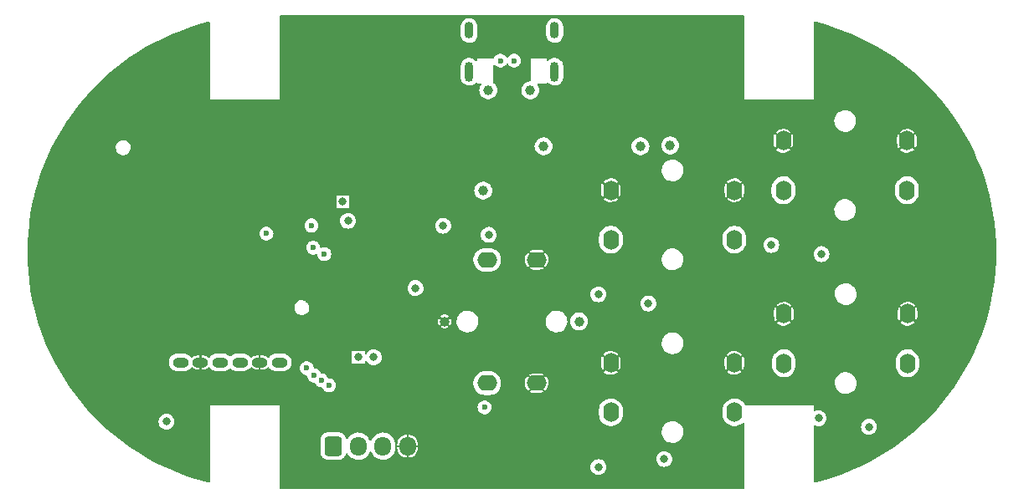
<source format=gbr>
%TF.GenerationSoftware,KiCad,Pcbnew,7.0.6*%
%TF.CreationDate,2023-11-25T17:25:05+01:00*%
%TF.ProjectId,gamepad,67616d65-7061-4642-9e6b-696361645f70,rev?*%
%TF.SameCoordinates,Original*%
%TF.FileFunction,Copper,L2,Inr*%
%TF.FilePolarity,Positive*%
%FSLAX46Y46*%
G04 Gerber Fmt 4.6, Leading zero omitted, Abs format (unit mm)*
G04 Created by KiCad (PCBNEW 7.0.6) date 2023-11-25 17:25:05*
%MOMM*%
%LPD*%
G01*
G04 APERTURE LIST*
G04 Aperture macros list*
%AMRoundRect*
0 Rectangle with rounded corners*
0 $1 Rounding radius*
0 $2 $3 $4 $5 $6 $7 $8 $9 X,Y pos of 4 corners*
0 Add a 4 corners polygon primitive as box body*
4,1,4,$2,$3,$4,$5,$6,$7,$8,$9,$2,$3,0*
0 Add four circle primitives for the rounded corners*
1,1,$1+$1,$2,$3*
1,1,$1+$1,$4,$5*
1,1,$1+$1,$6,$7*
1,1,$1+$1,$8,$9*
0 Add four rect primitives between the rounded corners*
20,1,$1+$1,$2,$3,$4,$5,0*
20,1,$1+$1,$4,$5,$6,$7,0*
20,1,$1+$1,$6,$7,$8,$9,0*
20,1,$1+$1,$8,$9,$2,$3,0*%
G04 Aperture macros list end*
%TA.AperFunction,ComponentPad*%
%ADD10O,1.600000X2.000000*%
%TD*%
%TA.AperFunction,ComponentPad*%
%ADD11O,2.000000X1.600000*%
%TD*%
%TA.AperFunction,ComponentPad*%
%ADD12C,1.000000*%
%TD*%
%TA.AperFunction,ComponentPad*%
%ADD13RoundRect,0.250000X-0.600000X-0.725000X0.600000X-0.725000X0.600000X0.725000X-0.600000X0.725000X0*%
%TD*%
%TA.AperFunction,ComponentPad*%
%ADD14O,1.700000X1.950000*%
%TD*%
%TA.AperFunction,ComponentPad*%
%ADD15O,0.900000X2.000000*%
%TD*%
%TA.AperFunction,ComponentPad*%
%ADD16O,0.900000X1.700000*%
%TD*%
%TA.AperFunction,ComponentPad*%
%ADD17O,1.600000X1.000000*%
%TD*%
%TA.AperFunction,ViaPad*%
%ADD18C,0.800000*%
%TD*%
%TA.AperFunction,ViaPad*%
%ADD19C,1.000000*%
%TD*%
%TA.AperFunction,ViaPad*%
%ADD20C,0.600000*%
%TD*%
G04 APERTURE END LIST*
D10*
%TO.N,/B_A*%
%TO.C,SW3*%
X172500000Y-131250000D03*
X185000000Y-131250000D03*
%TO.N,GND*%
X172500000Y-126250000D03*
X185000000Y-126250000D03*
%TD*%
D11*
%TO.N,/B_L*%
%TO.C,SW5*%
X142500000Y-120775000D03*
X142500000Y-133275000D03*
%TO.N,GND*%
X147500000Y-120775000D03*
X147500000Y-133275000D03*
D12*
%TO.N,Net-(SW5-A)*%
X151800000Y-127025000D03*
%TO.N,GND*%
X138200000Y-127025000D03*
%TD*%
D13*
%TO.N,+3.3VA*%
%TO.C,XT2*%
X126950000Y-139650000D03*
D14*
%TO.N,Net-(XT2-Pin_2)*%
X129450000Y-139650000D03*
%TO.N,Net-(XT2-Pin_3)*%
X131950000Y-139650000D03*
%TO.N,GND*%
X134450000Y-139650000D03*
%TD*%
D15*
%TO.N,Net-(XT1-SHIELD)*%
%TO.C,XT1*%
X149325000Y-101725000D03*
D16*
X149325000Y-97550000D03*
D15*
X140675000Y-101725000D03*
D16*
X140675000Y-97550000D03*
%TD*%
D10*
%TO.N,/B_Y*%
%TO.C,SW2*%
X155000000Y-118725000D03*
X167500000Y-118725000D03*
%TO.N,GND*%
X155000000Y-113725000D03*
X167500000Y-113725000D03*
%TD*%
%TO.N,/B_B*%
%TO.C,SW4*%
X155000000Y-136225000D03*
X167500000Y-136225000D03*
%TO.N,GND*%
X155000000Y-131225000D03*
X167500000Y-131225000D03*
%TD*%
D17*
%TO.N,/J_X*%
%TO.C,J1*%
X121500000Y-131175000D03*
%TO.N,GND*%
X119500000Y-131175000D03*
%TO.N,/J_B*%
X117500000Y-131175000D03*
%TO.N,/J_Y*%
X115500000Y-131175000D03*
%TO.N,GND*%
X113500000Y-131175000D03*
%TO.N,+3.3VA*%
X111500000Y-131175000D03*
%TD*%
D10*
%TO.N,/B_X*%
%TO.C,SW1*%
X172450000Y-113725000D03*
X184950000Y-113725000D03*
%TO.N,GND*%
X172450000Y-108725000D03*
X184950000Y-108725000D03*
%TD*%
D18*
%TO.N,+3.3VA*%
X176300000Y-120200000D03*
X142650000Y-118250000D03*
D19*
X142100000Y-113775000D03*
D18*
X181100000Y-137700000D03*
X128425000Y-116825000D03*
X131025000Y-130650000D03*
X135250000Y-123650000D03*
X158800000Y-125200000D03*
X110075000Y-137175000D03*
D19*
X161000000Y-109200000D03*
D18*
X160400000Y-140950000D03*
%TO.N,GND*%
X136775000Y-122075000D03*
X158850000Y-140950000D03*
X111925000Y-137175000D03*
X127825000Y-123650000D03*
D19*
X140550000Y-113775000D03*
D18*
X158800000Y-123450000D03*
X181100000Y-135950000D03*
X142650000Y-116500000D03*
X127900000Y-114875000D03*
X129450000Y-130650000D03*
X130600000Y-111925000D03*
X176300000Y-118450000D03*
D20*
%TO.N,/B_X*%
X126025000Y-120200000D03*
D18*
X171225000Y-119275000D03*
D20*
%TO.N,/B_Y*%
X124250000Y-131750000D03*
D18*
X153750000Y-124275000D03*
%TO.N,/B_A*%
X176000000Y-136825000D03*
D20*
X125000000Y-132500000D03*
%TO.N,/B_B*%
X125750000Y-133000000D03*
D18*
X153750000Y-141775000D03*
D20*
%TO.N,/J_X*%
X124725000Y-117300000D03*
%TO.N,/J_Y*%
X120175000Y-118125000D03*
D19*
%TO.N,+5V*%
X146850000Y-103600000D03*
X148200000Y-109275000D03*
X142600000Y-103600000D03*
X158000000Y-109275000D03*
D20*
%TO.N,/B_L*%
X124900000Y-119550000D03*
D18*
X138050000Y-117325000D03*
D20*
%TO.N,/LED*%
X142225000Y-135725000D03*
X126500000Y-133500000D03*
%TO.N,/D+*%
X143824007Y-100603997D03*
X145225000Y-100600000D03*
%TD*%
%TA.AperFunction,Conductor*%
%TO.N,GND*%
G36*
X168459191Y-96019407D02*
G01*
X168495155Y-96068907D01*
X168500000Y-96099499D01*
X168500000Y-104500000D01*
X168500001Y-104500000D01*
X175499999Y-104500000D01*
X175500000Y-104500000D01*
X175500000Y-96766826D01*
X175518907Y-96708636D01*
X175568407Y-96672672D01*
X175620749Y-96670246D01*
X175743456Y-96697882D01*
X176677080Y-96948046D01*
X177599874Y-97235600D01*
X178510340Y-97560078D01*
X179407003Y-97920953D01*
X180288407Y-98317641D01*
X181153124Y-98749498D01*
X181999750Y-99215823D01*
X182826913Y-99715861D01*
X183633270Y-100248799D01*
X184417514Y-100813773D01*
X185178373Y-101409868D01*
X185914612Y-102036116D01*
X186223542Y-102321112D01*
X186625038Y-102691503D01*
X187308497Y-103374962D01*
X187516101Y-103600000D01*
X187963884Y-104085388D01*
X188590132Y-104821627D01*
X189186227Y-105582486D01*
X189751201Y-106366730D01*
X190284139Y-107173087D01*
X190784177Y-108000250D01*
X191250502Y-108846876D01*
X191682359Y-109711593D01*
X192079047Y-110592997D01*
X192439922Y-111489660D01*
X192764400Y-112400126D01*
X193051954Y-113322920D01*
X193302118Y-114256544D01*
X193514486Y-115199483D01*
X193688713Y-116150209D01*
X193824517Y-117107180D01*
X193921677Y-118068843D01*
X193980036Y-119033638D01*
X193999500Y-120000000D01*
X193980036Y-120966362D01*
X193921677Y-121931157D01*
X193824517Y-122892820D01*
X193688713Y-123849791D01*
X193514486Y-124800517D01*
X193302118Y-125743456D01*
X193051954Y-126677080D01*
X192764400Y-127599874D01*
X192439922Y-128510340D01*
X192079047Y-129407003D01*
X191682359Y-130288407D01*
X191250502Y-131153124D01*
X190784177Y-131999750D01*
X190284139Y-132826913D01*
X189751201Y-133633270D01*
X189186227Y-134417514D01*
X188590132Y-135178373D01*
X187963884Y-135914612D01*
X187707130Y-136192929D01*
X187308497Y-136625038D01*
X186625038Y-137308497D01*
X186325729Y-137584618D01*
X185914612Y-137963884D01*
X185182557Y-138586573D01*
X185178373Y-138590132D01*
X184417514Y-139186227D01*
X183633270Y-139751201D01*
X182826913Y-140284139D01*
X181999750Y-140784177D01*
X181153124Y-141250502D01*
X180288407Y-141682359D01*
X179407003Y-142079047D01*
X178510340Y-142439922D01*
X177599874Y-142764400D01*
X176677080Y-143051954D01*
X175743456Y-143302118D01*
X175620751Y-143329752D01*
X175559828Y-143324092D01*
X175513867Y-143283703D01*
X175500000Y-143233171D01*
X175500000Y-137700000D01*
X180294435Y-137700000D01*
X180314632Y-137879257D01*
X180314633Y-137879261D01*
X180374211Y-138049522D01*
X180374211Y-138049523D01*
X180385614Y-138067670D01*
X180470184Y-138202262D01*
X180597738Y-138329816D01*
X180597740Y-138329817D01*
X180597741Y-138329818D01*
X180720446Y-138406919D01*
X180750478Y-138425789D01*
X180818657Y-138449646D01*
X180920738Y-138485366D01*
X180920742Y-138485367D01*
X180920745Y-138485368D01*
X181100000Y-138505565D01*
X181279255Y-138485368D01*
X181449522Y-138425789D01*
X181602262Y-138329816D01*
X181729816Y-138202262D01*
X181825789Y-138049522D01*
X181885368Y-137879255D01*
X181905565Y-137700000D01*
X181885368Y-137520745D01*
X181878476Y-137501050D01*
X181838612Y-137387124D01*
X181825789Y-137350478D01*
X181811201Y-137327262D01*
X181729818Y-137197741D01*
X181729817Y-137197740D01*
X181729816Y-137197738D01*
X181602262Y-137070184D01*
X181602259Y-137070182D01*
X181602258Y-137070181D01*
X181449523Y-136974211D01*
X181279261Y-136914633D01*
X181279257Y-136914632D01*
X181100000Y-136894435D01*
X180920742Y-136914632D01*
X180920738Y-136914633D01*
X180750477Y-136974211D01*
X180750476Y-136974211D01*
X180597741Y-137070181D01*
X180470181Y-137197741D01*
X180374211Y-137350476D01*
X180374211Y-137350477D01*
X180314633Y-137520738D01*
X180314632Y-137520742D01*
X180294435Y-137700000D01*
X175500000Y-137700000D01*
X175500000Y-137635364D01*
X175518907Y-137577173D01*
X175568407Y-137541209D01*
X175629593Y-137541209D01*
X175645359Y-137548587D01*
X175645462Y-137548374D01*
X175650474Y-137550786D01*
X175650478Y-137550789D01*
X175744658Y-137583744D01*
X175820738Y-137610366D01*
X175820742Y-137610367D01*
X175820745Y-137610368D01*
X176000000Y-137630565D01*
X176179255Y-137610368D01*
X176349522Y-137550789D01*
X176502262Y-137454816D01*
X176629816Y-137327262D01*
X176725789Y-137174522D01*
X176785368Y-137004255D01*
X176805565Y-136825000D01*
X176785368Y-136645745D01*
X176778122Y-136625038D01*
X176750179Y-136545181D01*
X176725789Y-136475478D01*
X176709284Y-136449211D01*
X176629818Y-136322741D01*
X176629817Y-136322740D01*
X176629816Y-136322738D01*
X176502262Y-136195184D01*
X176502259Y-136195182D01*
X176502258Y-136195181D01*
X176349523Y-136099211D01*
X176179261Y-136039633D01*
X176179257Y-136039632D01*
X176000000Y-136019435D01*
X175820742Y-136039632D01*
X175820738Y-136039633D01*
X175650474Y-136099212D01*
X175645466Y-136101624D01*
X175644780Y-136100199D01*
X175592328Y-136113410D01*
X175535544Y-136090624D01*
X175502998Y-136038813D01*
X175500000Y-136014635D01*
X175500000Y-135500001D01*
X175500000Y-135500000D01*
X175499999Y-135500000D01*
X168640975Y-135500000D01*
X168582784Y-135481093D01*
X168552354Y-135445128D01*
X168544578Y-135429512D01*
X168525058Y-135390311D01*
X168390981Y-135212764D01*
X168226562Y-135062876D01*
X168037401Y-134945753D01*
X167829940Y-134865382D01*
X167829939Y-134865381D01*
X167829937Y-134865381D01*
X167611243Y-134824500D01*
X167388757Y-134824500D01*
X167170062Y-134865381D01*
X167093797Y-134894926D01*
X166962599Y-134945753D01*
X166773438Y-135062876D01*
X166609019Y-135212764D01*
X166575560Y-135257071D01*
X166474943Y-135390309D01*
X166474938Y-135390318D01*
X166375772Y-135589469D01*
X166314885Y-135803464D01*
X166304586Y-135914613D01*
X166299500Y-135969497D01*
X166299500Y-136480503D01*
X166314885Y-136646536D01*
X166375771Y-136860528D01*
X166474942Y-137059689D01*
X166609019Y-137237236D01*
X166773438Y-137387124D01*
X166962599Y-137504247D01*
X167170060Y-137584618D01*
X167388757Y-137625500D01*
X167611243Y-137625500D01*
X167829940Y-137584618D01*
X168037401Y-137504247D01*
X168226562Y-137387124D01*
X168334306Y-137288902D01*
X168390045Y-137263673D01*
X168449971Y-137276025D01*
X168491191Y-137321242D01*
X168500000Y-137362065D01*
X168500000Y-143900500D01*
X168481093Y-143958691D01*
X168431593Y-143994655D01*
X168401000Y-143999500D01*
X121599000Y-143999500D01*
X121540809Y-143980593D01*
X121504845Y-143931093D01*
X121500000Y-143900500D01*
X121500000Y-141775000D01*
X152944435Y-141775000D01*
X152964632Y-141954257D01*
X152964633Y-141954261D01*
X153024211Y-142124522D01*
X153024211Y-142124523D01*
X153120181Y-142277258D01*
X153120184Y-142277262D01*
X153247738Y-142404816D01*
X153400478Y-142500789D01*
X153468657Y-142524646D01*
X153570738Y-142560366D01*
X153570742Y-142560367D01*
X153570745Y-142560368D01*
X153750000Y-142580565D01*
X153929255Y-142560368D01*
X154099522Y-142500789D01*
X154252262Y-142404816D01*
X154379816Y-142277262D01*
X154475789Y-142124522D01*
X154535368Y-141954255D01*
X154555565Y-141775000D01*
X154535368Y-141595745D01*
X154529794Y-141579816D01*
X154485161Y-141452262D01*
X154475789Y-141425478D01*
X154379816Y-141272738D01*
X154252262Y-141145184D01*
X154252259Y-141145182D01*
X154252258Y-141145181D01*
X154099523Y-141049211D01*
X153929261Y-140989633D01*
X153929257Y-140989632D01*
X153750000Y-140969435D01*
X153570742Y-140989632D01*
X153570738Y-140989633D01*
X153400477Y-141049211D01*
X153400476Y-141049211D01*
X153247741Y-141145181D01*
X153120181Y-141272741D01*
X153024211Y-141425476D01*
X153024211Y-141425477D01*
X152964633Y-141595738D01*
X152964632Y-141595742D01*
X152944435Y-141775000D01*
X121500000Y-141775000D01*
X121500000Y-140440690D01*
X125699500Y-140440690D01*
X125702401Y-140477565D01*
X125702401Y-140477568D01*
X125702402Y-140477569D01*
X125748256Y-140635398D01*
X125831919Y-140776865D01*
X125948135Y-140893081D01*
X126089602Y-140976744D01*
X126247431Y-141022598D01*
X126284306Y-141025500D01*
X126284310Y-141025500D01*
X127615690Y-141025500D01*
X127615694Y-141025500D01*
X127652569Y-141022598D01*
X127810398Y-140976744D01*
X127951865Y-140893081D01*
X128068081Y-140776865D01*
X128151744Y-140635398D01*
X128197598Y-140477569D01*
X128197766Y-140475432D01*
X128198162Y-140474475D01*
X128198507Y-140472590D01*
X128198912Y-140472664D01*
X128221178Y-140418904D01*
X128273346Y-140386932D01*
X128334343Y-140391730D01*
X128376552Y-140425004D01*
X128504478Y-140601078D01*
X128667175Y-140756632D01*
X128855032Y-140880635D01*
X128855035Y-140880636D01*
X128855036Y-140880637D01*
X129062012Y-140969103D01*
X129281463Y-141019191D01*
X129468852Y-141027606D01*
X129506328Y-141029290D01*
X129506328Y-141029289D01*
X129506330Y-141029290D01*
X129729387Y-140999075D01*
X129943464Y-140929517D01*
X130141681Y-140822852D01*
X130317666Y-140682508D01*
X130465765Y-140512996D01*
X130581215Y-140319764D01*
X130606340Y-140252816D01*
X130644486Y-140204983D01*
X130703466Y-140188705D01*
X130760750Y-140210203D01*
X130788222Y-140244651D01*
X130872169Y-140418970D01*
X130872170Y-140418972D01*
X130872171Y-140418973D01*
X131004478Y-140601078D01*
X131167175Y-140756632D01*
X131355032Y-140880635D01*
X131355035Y-140880636D01*
X131355036Y-140880637D01*
X131562011Y-140969103D01*
X131562012Y-140969103D01*
X131781463Y-141019191D01*
X131968852Y-141027606D01*
X132006328Y-141029290D01*
X132006328Y-141029289D01*
X132006330Y-141029290D01*
X132229387Y-140999075D01*
X132380424Y-140950000D01*
X159594435Y-140950000D01*
X159614632Y-141129257D01*
X159614633Y-141129261D01*
X159674211Y-141299522D01*
X159674211Y-141299523D01*
X159753354Y-141425478D01*
X159770184Y-141452262D01*
X159897738Y-141579816D01*
X159897740Y-141579817D01*
X159897741Y-141579818D01*
X159923077Y-141595738D01*
X160050478Y-141675789D01*
X160118657Y-141699646D01*
X160220738Y-141735366D01*
X160220742Y-141735367D01*
X160220745Y-141735368D01*
X160400000Y-141755565D01*
X160579255Y-141735368D01*
X160749522Y-141675789D01*
X160902262Y-141579816D01*
X161029816Y-141452262D01*
X161125789Y-141299522D01*
X161185368Y-141129255D01*
X161205565Y-140950000D01*
X161185368Y-140770745D01*
X161180428Y-140756628D01*
X161161014Y-140701145D01*
X161125789Y-140600478D01*
X161070820Y-140512996D01*
X161029818Y-140447741D01*
X161029817Y-140447740D01*
X161029816Y-140447738D01*
X160902262Y-140320184D01*
X160902259Y-140320182D01*
X160902258Y-140320181D01*
X160749523Y-140224211D01*
X160579261Y-140164633D01*
X160579257Y-140164632D01*
X160400000Y-140144435D01*
X160220742Y-140164632D01*
X160220738Y-140164633D01*
X160050477Y-140224211D01*
X160050476Y-140224211D01*
X159897741Y-140320181D01*
X159770181Y-140447741D01*
X159674211Y-140600476D01*
X159674211Y-140600477D01*
X159614633Y-140770738D01*
X159614632Y-140770742D01*
X159594435Y-140950000D01*
X132380424Y-140950000D01*
X132443464Y-140929517D01*
X132641681Y-140822852D01*
X132817666Y-140682508D01*
X132965765Y-140512996D01*
X133081215Y-140319764D01*
X133160307Y-140109024D01*
X133200500Y-139887547D01*
X133200500Y-139826595D01*
X133400000Y-139826595D01*
X133415190Y-139980831D01*
X133415191Y-139980836D01*
X133475232Y-140178762D01*
X133475234Y-140178767D01*
X133572724Y-140361160D01*
X133572731Y-140361170D01*
X133703940Y-140521050D01*
X133703949Y-140521059D01*
X133863829Y-140652268D01*
X133863839Y-140652275D01*
X134046232Y-140749765D01*
X134046237Y-140749767D01*
X134244166Y-140809808D01*
X134349998Y-140820231D01*
X134350000Y-140820230D01*
X134350000Y-140115506D01*
X134416025Y-140125000D01*
X134483975Y-140125000D01*
X134550000Y-140115506D01*
X134550000Y-140820230D01*
X134550001Y-140820231D01*
X134655833Y-140809808D01*
X134853762Y-140749767D01*
X134853767Y-140749765D01*
X135036160Y-140652275D01*
X135036170Y-140652268D01*
X135196050Y-140521059D01*
X135196059Y-140521050D01*
X135327268Y-140361170D01*
X135327275Y-140361160D01*
X135424765Y-140178767D01*
X135424767Y-140178762D01*
X135484808Y-139980836D01*
X135484809Y-139980831D01*
X135500000Y-139826595D01*
X135500000Y-139750001D01*
X135499999Y-139750000D01*
X134915691Y-139750000D01*
X134925000Y-139718295D01*
X134925000Y-139581705D01*
X134915691Y-139550000D01*
X135499999Y-139550000D01*
X135500000Y-139549999D01*
X135500000Y-139473404D01*
X135484809Y-139319168D01*
X135484808Y-139319163D01*
X135424767Y-139121237D01*
X135424765Y-139121232D01*
X135327275Y-138938839D01*
X135327268Y-138938829D01*
X135196059Y-138778949D01*
X135196050Y-138778940D01*
X135036170Y-138647731D01*
X135036160Y-138647724D01*
X134853767Y-138550234D01*
X134853762Y-138550232D01*
X134655836Y-138490191D01*
X134655831Y-138490190D01*
X134550000Y-138479767D01*
X134550000Y-139184493D01*
X134483975Y-139175000D01*
X134416025Y-139175000D01*
X134350000Y-139184493D01*
X134350000Y-138479767D01*
X134349999Y-138479767D01*
X134244168Y-138490190D01*
X134244163Y-138490191D01*
X134046237Y-138550232D01*
X134046232Y-138550234D01*
X133863839Y-138647724D01*
X133863829Y-138647731D01*
X133703949Y-138778940D01*
X133703940Y-138778949D01*
X133572731Y-138938829D01*
X133572724Y-138938839D01*
X133475234Y-139121232D01*
X133475232Y-139121237D01*
X133415191Y-139319163D01*
X133415190Y-139319168D01*
X133400000Y-139473404D01*
X133400000Y-139549999D01*
X133400001Y-139550000D01*
X133984309Y-139550000D01*
X133975000Y-139581705D01*
X133975000Y-139718295D01*
X133984309Y-139750000D01*
X133400000Y-139750000D01*
X133400000Y-139826595D01*
X133200500Y-139826595D01*
X133200500Y-139468845D01*
X133187029Y-139319163D01*
X133185378Y-139300819D01*
X133185376Y-139300808D01*
X133135815Y-139121232D01*
X133125493Y-139083830D01*
X133027829Y-138881027D01*
X132895522Y-138698922D01*
X132732825Y-138543368D01*
X132544968Y-138419365D01*
X132544965Y-138419363D01*
X132544964Y-138419363D01*
X132544963Y-138419362D01*
X132337987Y-138330896D01*
X132182186Y-138295336D01*
X132118537Y-138280809D01*
X132118531Y-138280808D01*
X132118526Y-138280808D01*
X131893671Y-138270709D01*
X131670612Y-138300925D01*
X131456533Y-138370483D01*
X131258318Y-138477148D01*
X131258317Y-138477148D01*
X131082334Y-138617491D01*
X131082333Y-138617492D01*
X130934236Y-138787002D01*
X130934234Y-138787004D01*
X130934235Y-138787004D01*
X130843519Y-138938839D01*
X130818783Y-138980240D01*
X130793660Y-139047180D01*
X130755512Y-139095017D01*
X130696531Y-139111294D01*
X130639247Y-139089795D01*
X130611777Y-139055348D01*
X130527830Y-138881029D01*
X130517097Y-138866256D01*
X130395522Y-138698922D01*
X130232825Y-138543368D01*
X130044968Y-138419365D01*
X130044965Y-138419363D01*
X130044964Y-138419363D01*
X130044963Y-138419362D01*
X129837987Y-138330896D01*
X129682186Y-138295336D01*
X129618537Y-138280809D01*
X129618531Y-138280808D01*
X129618526Y-138280808D01*
X129393671Y-138270709D01*
X129170612Y-138300925D01*
X128956533Y-138370483D01*
X128758318Y-138477148D01*
X128758317Y-138477148D01*
X128582334Y-138617491D01*
X128582333Y-138617492D01*
X128434234Y-138787004D01*
X128381987Y-138874451D01*
X128335910Y-138914707D01*
X128274971Y-138920191D01*
X128222446Y-138888808D01*
X128198399Y-138832547D01*
X128198314Y-138831541D01*
X128197598Y-138822431D01*
X128151744Y-138664602D01*
X128068081Y-138523135D01*
X127951865Y-138406919D01*
X127810398Y-138323256D01*
X127652569Y-138277402D01*
X127652568Y-138277401D01*
X127652565Y-138277401D01*
X127627298Y-138275413D01*
X127615694Y-138274500D01*
X126284306Y-138274500D01*
X126273548Y-138275346D01*
X126247434Y-138277401D01*
X126247427Y-138277403D01*
X126089602Y-138323256D01*
X125948136Y-138406918D01*
X125831918Y-138523136D01*
X125748256Y-138664602D01*
X125702403Y-138822427D01*
X125702401Y-138822434D01*
X125699500Y-138859310D01*
X125699500Y-140440690D01*
X121500000Y-140440690D01*
X121500000Y-138172400D01*
X160145746Y-138172400D01*
X160155746Y-138382330D01*
X160155747Y-138382337D01*
X160205295Y-138586573D01*
X160205300Y-138586586D01*
X160292602Y-138777751D01*
X160292604Y-138777754D01*
X160414511Y-138948949D01*
X160414513Y-138948951D01*
X160414514Y-138948952D01*
X160566622Y-139093986D01*
X160743428Y-139207613D01*
X160938543Y-139285725D01*
X161144915Y-139325500D01*
X161144918Y-139325500D01*
X161302425Y-139325500D01*
X161459218Y-139310528D01*
X161660875Y-139251316D01*
X161670615Y-139246295D01*
X161679944Y-139241485D01*
X161847682Y-139155011D01*
X162012886Y-139025092D01*
X162150519Y-138866256D01*
X162255604Y-138684244D01*
X162324344Y-138485633D01*
X162354254Y-138277602D01*
X162344254Y-138067670D01*
X162294704Y-137863424D01*
X162294699Y-137863413D01*
X162207397Y-137672248D01*
X162207395Y-137672245D01*
X162085488Y-137501050D01*
X161966005Y-137387124D01*
X161933378Y-137356014D01*
X161756572Y-137242387D01*
X161756569Y-137242386D01*
X161756568Y-137242385D01*
X161647409Y-137198685D01*
X161561457Y-137164275D01*
X161355085Y-137124500D01*
X161197575Y-137124500D01*
X161040781Y-137139472D01*
X160839120Y-137198685D01*
X160652320Y-137294987D01*
X160652317Y-137294989D01*
X160487113Y-137424907D01*
X160349480Y-137583744D01*
X160244397Y-137765753D01*
X160244394Y-137765760D01*
X160175657Y-137964362D01*
X160175655Y-137964368D01*
X160145746Y-138172393D01*
X160145746Y-138172400D01*
X121500000Y-138172400D01*
X121500000Y-136480503D01*
X153799500Y-136480503D01*
X153814885Y-136646536D01*
X153875771Y-136860528D01*
X153974942Y-137059689D01*
X154109019Y-137237236D01*
X154273438Y-137387124D01*
X154462599Y-137504247D01*
X154670060Y-137584618D01*
X154888757Y-137625500D01*
X155111243Y-137625500D01*
X155329940Y-137584618D01*
X155537401Y-137504247D01*
X155726562Y-137387124D01*
X155890981Y-137237236D01*
X156025058Y-137059689D01*
X156124229Y-136860528D01*
X156185115Y-136646536D01*
X156200500Y-136480503D01*
X156200500Y-135969497D01*
X156185115Y-135803464D01*
X156124229Y-135589472D01*
X156025058Y-135390311D01*
X155890981Y-135212764D01*
X155726562Y-135062876D01*
X155537401Y-134945753D01*
X155329940Y-134865382D01*
X155329939Y-134865381D01*
X155329937Y-134865381D01*
X155111243Y-134824500D01*
X154888757Y-134824500D01*
X154670062Y-134865381D01*
X154593797Y-134894926D01*
X154462599Y-134945753D01*
X154273438Y-135062876D01*
X154109019Y-135212764D01*
X154075560Y-135257071D01*
X153974943Y-135390309D01*
X153974938Y-135390318D01*
X153875772Y-135589469D01*
X153814885Y-135803464D01*
X153804586Y-135914613D01*
X153799500Y-135969497D01*
X153799500Y-136480503D01*
X121500000Y-136480503D01*
X121500000Y-135725000D01*
X141519355Y-135725000D01*
X141539860Y-135893872D01*
X141600182Y-136052930D01*
X141696817Y-136192929D01*
X141824148Y-136305734D01*
X141974775Y-136384790D01*
X142139944Y-136425500D01*
X142139947Y-136425500D01*
X142310053Y-136425500D01*
X142310056Y-136425500D01*
X142475225Y-136384790D01*
X142625852Y-136305734D01*
X142753183Y-136192929D01*
X142849818Y-136052930D01*
X142910140Y-135893872D01*
X142930645Y-135725000D01*
X142910140Y-135556128D01*
X142849818Y-135397070D01*
X142753183Y-135257071D01*
X142703169Y-135212763D01*
X142625853Y-135144267D01*
X142625852Y-135144266D01*
X142475225Y-135065210D01*
X142475224Y-135065209D01*
X142475223Y-135065209D01*
X142310058Y-135024500D01*
X142310056Y-135024500D01*
X142139944Y-135024500D01*
X142139941Y-135024500D01*
X141974776Y-135065209D01*
X141824146Y-135144267D01*
X141696818Y-135257069D01*
X141696816Y-135257071D01*
X141696817Y-135257071D01*
X141600182Y-135397070D01*
X141539860Y-135556128D01*
X141519355Y-135725000D01*
X121500000Y-135725000D01*
X121500000Y-135500001D01*
X121500000Y-135500000D01*
X114500000Y-135500000D01*
X114500000Y-135500001D01*
X114500000Y-143233171D01*
X114481093Y-143291362D01*
X114431593Y-143327326D01*
X114379249Y-143329752D01*
X114256544Y-143302118D01*
X113322920Y-143051954D01*
X112400126Y-142764400D01*
X111489660Y-142439922D01*
X110592997Y-142079047D01*
X109711593Y-141682359D01*
X108846876Y-141250502D01*
X108000250Y-140784177D01*
X107173087Y-140284139D01*
X106366730Y-139751201D01*
X105582486Y-139186227D01*
X104821627Y-138590132D01*
X104817443Y-138586573D01*
X104085388Y-137963884D01*
X103674271Y-137584618D01*
X103374962Y-137308497D01*
X103241465Y-137175000D01*
X109269435Y-137175000D01*
X109289632Y-137354257D01*
X109289633Y-137354261D01*
X109349211Y-137524522D01*
X109349211Y-137524523D01*
X109442033Y-137672248D01*
X109445184Y-137677262D01*
X109572738Y-137804816D01*
X109725478Y-137900789D01*
X109793657Y-137924646D01*
X109895738Y-137960366D01*
X109895742Y-137960367D01*
X109895745Y-137960368D01*
X110075000Y-137980565D01*
X110254255Y-137960368D01*
X110424522Y-137900789D01*
X110577262Y-137804816D01*
X110704816Y-137677262D01*
X110800789Y-137524522D01*
X110859752Y-137356015D01*
X110860366Y-137354261D01*
X110860367Y-137354257D01*
X110860368Y-137354255D01*
X110880565Y-137175000D01*
X110860368Y-136995745D01*
X110800789Y-136825478D01*
X110704816Y-136672738D01*
X110577262Y-136545184D01*
X110577259Y-136545182D01*
X110577258Y-136545181D01*
X110424523Y-136449211D01*
X110254261Y-136389633D01*
X110254257Y-136389632D01*
X110075000Y-136369435D01*
X109895742Y-136389632D01*
X109895738Y-136389633D01*
X109725477Y-136449211D01*
X109725476Y-136449211D01*
X109572741Y-136545181D01*
X109445181Y-136672741D01*
X109349211Y-136825476D01*
X109349211Y-136825477D01*
X109289633Y-136995738D01*
X109289632Y-136995742D01*
X109269435Y-137175000D01*
X103241465Y-137175000D01*
X102691503Y-136625038D01*
X102292870Y-136192929D01*
X102036116Y-135914612D01*
X101409868Y-135178373D01*
X100813773Y-134417514D01*
X100248799Y-133633270D01*
X99715861Y-132826913D01*
X99215823Y-131999750D01*
X98813679Y-131269646D01*
X110299500Y-131269646D01*
X110322061Y-131375788D01*
X110338855Y-131454799D01*
X110338857Y-131454805D01*
X110395100Y-131581129D01*
X110415849Y-131627730D01*
X110441507Y-131663045D01*
X110527111Y-131780870D01*
X110527116Y-131780875D01*
X110593013Y-131840209D01*
X110667784Y-131907533D01*
X110727597Y-131942066D01*
X110831706Y-132002174D01*
X110831711Y-132002176D01*
X110831716Y-132002179D01*
X111011744Y-132060674D01*
X111152808Y-132075500D01*
X111152811Y-132075500D01*
X111847189Y-132075500D01*
X111847192Y-132075500D01*
X111988256Y-132060674D01*
X112168284Y-132002179D01*
X112332216Y-131907533D01*
X112472888Y-131780871D01*
X112548529Y-131676759D01*
X112598027Y-131640797D01*
X112659212Y-131640796D01*
X112702722Y-131669301D01*
X112732403Y-131702804D01*
X112732405Y-131702805D01*
X112872306Y-131799371D01*
X112872309Y-131799373D01*
X113031241Y-131859648D01*
X113031251Y-131859651D01*
X113157648Y-131874999D01*
X113157665Y-131875000D01*
X113399999Y-131875000D01*
X113400000Y-131874999D01*
X113400000Y-131375000D01*
X113599999Y-131375000D01*
X113599999Y-131874999D01*
X113600001Y-131875000D01*
X113842335Y-131875000D01*
X113842351Y-131874999D01*
X113968748Y-131859651D01*
X113968758Y-131859648D01*
X114127690Y-131799373D01*
X114127693Y-131799371D01*
X114267594Y-131702805D01*
X114267595Y-131702805D01*
X114297276Y-131669302D01*
X114350016Y-131638284D01*
X114410915Y-131644188D01*
X114451470Y-131676758D01*
X114527112Y-131780871D01*
X114527115Y-131780873D01*
X114527116Y-131780875D01*
X114593013Y-131840209D01*
X114667784Y-131907533D01*
X114727597Y-131942066D01*
X114831706Y-132002174D01*
X114831711Y-132002176D01*
X114831716Y-132002179D01*
X115011744Y-132060674D01*
X115152808Y-132075500D01*
X115152811Y-132075500D01*
X115847189Y-132075500D01*
X115847192Y-132075500D01*
X115988256Y-132060674D01*
X116168284Y-132002179D01*
X116332216Y-131907533D01*
X116433757Y-131816104D01*
X116489651Y-131791218D01*
X116549500Y-131803939D01*
X116566239Y-131816102D01*
X116667784Y-131907533D01*
X116727597Y-131942066D01*
X116831706Y-132002174D01*
X116831711Y-132002176D01*
X116831716Y-132002179D01*
X117011744Y-132060674D01*
X117152808Y-132075500D01*
X117152811Y-132075500D01*
X117847189Y-132075500D01*
X117847192Y-132075500D01*
X117988256Y-132060674D01*
X118168284Y-132002179D01*
X118332216Y-131907533D01*
X118472888Y-131780871D01*
X118548529Y-131676759D01*
X118598027Y-131640797D01*
X118659212Y-131640796D01*
X118702722Y-131669301D01*
X118732403Y-131702804D01*
X118732405Y-131702805D01*
X118872306Y-131799371D01*
X118872309Y-131799373D01*
X119031241Y-131859648D01*
X119031251Y-131859651D01*
X119157648Y-131874999D01*
X119157665Y-131875000D01*
X119399999Y-131875000D01*
X119400000Y-131874999D01*
X119400000Y-131375000D01*
X119600000Y-131375000D01*
X119600000Y-131874999D01*
X119600001Y-131875000D01*
X119842335Y-131875000D01*
X119842351Y-131874999D01*
X119968748Y-131859651D01*
X119968758Y-131859648D01*
X120127690Y-131799373D01*
X120127693Y-131799371D01*
X120267594Y-131702805D01*
X120267595Y-131702805D01*
X120297276Y-131669302D01*
X120350016Y-131638284D01*
X120410915Y-131644188D01*
X120451470Y-131676758D01*
X120527112Y-131780871D01*
X120527115Y-131780873D01*
X120527116Y-131780875D01*
X120593013Y-131840209D01*
X120667784Y-131907533D01*
X120727597Y-131942066D01*
X120831706Y-132002174D01*
X120831711Y-132002176D01*
X120831716Y-132002179D01*
X121011744Y-132060674D01*
X121152808Y-132075500D01*
X121152811Y-132075500D01*
X121847189Y-132075500D01*
X121847192Y-132075500D01*
X121988256Y-132060674D01*
X122168284Y-132002179D01*
X122332216Y-131907533D01*
X122472888Y-131780871D01*
X122495317Y-131750000D01*
X123544355Y-131750000D01*
X123564860Y-131918872D01*
X123625182Y-132077930D01*
X123721817Y-132217929D01*
X123849148Y-132330734D01*
X123999775Y-132409790D01*
X124164944Y-132450500D01*
X124200638Y-132450500D01*
X124258829Y-132469407D01*
X124294793Y-132518907D01*
X124298916Y-132537566D01*
X124304370Y-132582479D01*
X124314860Y-132668872D01*
X124375182Y-132827930D01*
X124471817Y-132967929D01*
X124599148Y-133080734D01*
X124749775Y-133159790D01*
X124914944Y-133200500D01*
X125008520Y-133200500D01*
X125066711Y-133219407D01*
X125101086Y-133264394D01*
X125125182Y-133327930D01*
X125221817Y-133467929D01*
X125349148Y-133580734D01*
X125499775Y-133659790D01*
X125664944Y-133700500D01*
X125758520Y-133700500D01*
X125816711Y-133719407D01*
X125851086Y-133764394D01*
X125875182Y-133827930D01*
X125971530Y-133967513D01*
X125971816Y-133967927D01*
X125971818Y-133967930D01*
X126009780Y-134001561D01*
X126099148Y-134080734D01*
X126249775Y-134159790D01*
X126414944Y-134200500D01*
X126414947Y-134200500D01*
X126585053Y-134200500D01*
X126585056Y-134200500D01*
X126750225Y-134159790D01*
X126900852Y-134080734D01*
X127028183Y-133967929D01*
X127124818Y-133827930D01*
X127185140Y-133668872D01*
X127205645Y-133500000D01*
X127191832Y-133386242D01*
X141099500Y-133386242D01*
X141135856Y-133580732D01*
X141140382Y-133604940D01*
X141220753Y-133812401D01*
X141337876Y-134001562D01*
X141487764Y-134165981D01*
X141665311Y-134300058D01*
X141864472Y-134399229D01*
X142078464Y-134460115D01*
X142244497Y-134475500D01*
X142244502Y-134475500D01*
X142755498Y-134475500D01*
X142755503Y-134475500D01*
X142921536Y-134460115D01*
X143135528Y-134399229D01*
X143334689Y-134300058D01*
X143512236Y-134165981D01*
X143662124Y-134001562D01*
X143779247Y-133812401D01*
X143859618Y-133604940D01*
X143900500Y-133386243D01*
X143900500Y-133325913D01*
X146296132Y-133325913D01*
X146326930Y-133526941D01*
X146397566Y-133717666D01*
X146505147Y-133890264D01*
X146505152Y-133890270D01*
X146621212Y-134012363D01*
X147046444Y-133587130D01*
X147061955Y-133602641D01*
X147174852Y-133660165D01*
X147245124Y-133671294D01*
X146782932Y-134133487D01*
X146812199Y-134153858D01*
X146999094Y-134234060D01*
X146999097Y-134234061D01*
X147198303Y-134274999D01*
X147198311Y-134275000D01*
X147750714Y-134275000D01*
X147902335Y-134259581D01*
X147902337Y-134259580D01*
X148096391Y-134198696D01*
X148096392Y-134198695D01*
X148215926Y-134132348D01*
X147754873Y-133671295D01*
X147825148Y-133660165D01*
X147938045Y-133602641D01*
X147953554Y-133587132D01*
X148377634Y-134011212D01*
X148428529Y-133967520D01*
X148428536Y-133967513D01*
X148553019Y-133806693D01*
X148553020Y-133806691D01*
X148642586Y-133624097D01*
X148693566Y-133427206D01*
X148693566Y-133427202D01*
X148703866Y-133224085D01*
X148699778Y-133197400D01*
X177645746Y-133197400D01*
X177655746Y-133407330D01*
X177655747Y-133407337D01*
X177705295Y-133611573D01*
X177705300Y-133611586D01*
X177792602Y-133802751D01*
X177792604Y-133802754D01*
X177914511Y-133973949D01*
X177914513Y-133973951D01*
X177914514Y-133973952D01*
X178066622Y-134118986D01*
X178243428Y-134232613D01*
X178438543Y-134310725D01*
X178644915Y-134350500D01*
X178644918Y-134350500D01*
X178802425Y-134350500D01*
X178959218Y-134335528D01*
X179160875Y-134276316D01*
X179347682Y-134180011D01*
X179512886Y-134050092D01*
X179650519Y-133891256D01*
X179755604Y-133709244D01*
X179824344Y-133510633D01*
X179854254Y-133302602D01*
X179844254Y-133092670D01*
X179794704Y-132888424D01*
X179750102Y-132790760D01*
X179707397Y-132697248D01*
X179707395Y-132697245D01*
X179585488Y-132526050D01*
X179577997Y-132518907D01*
X179433378Y-132381014D01*
X179256572Y-132267387D01*
X179256569Y-132267386D01*
X179256568Y-132267385D01*
X179147409Y-132223685D01*
X179061457Y-132189275D01*
X178855085Y-132149500D01*
X178697575Y-132149500D01*
X178540781Y-132164472D01*
X178339120Y-132223685D01*
X178152320Y-132319987D01*
X178152317Y-132319989D01*
X177987113Y-132449907D01*
X177849480Y-132608744D01*
X177744397Y-132790753D01*
X177744394Y-132790760D01*
X177675657Y-132989362D01*
X177675655Y-132989368D01*
X177645746Y-133197393D01*
X177645746Y-133197400D01*
X148699778Y-133197400D01*
X148673069Y-133023058D01*
X148602433Y-132832333D01*
X148494852Y-132659735D01*
X148494847Y-132659729D01*
X148378785Y-132537635D01*
X147953553Y-132962867D01*
X147938045Y-132947359D01*
X147825148Y-132889835D01*
X147754871Y-132878704D01*
X148217066Y-132416510D01*
X148187812Y-132396148D01*
X148187801Y-132396142D01*
X148000905Y-132315939D01*
X148000902Y-132315938D01*
X147801696Y-132275000D01*
X147249286Y-132275000D01*
X147097664Y-132290418D01*
X147097662Y-132290419D01*
X146903609Y-132351303D01*
X146784072Y-132417650D01*
X147245126Y-132878704D01*
X147174852Y-132889835D01*
X147061955Y-132947359D01*
X147046446Y-132962867D01*
X146622364Y-132538786D01*
X146571469Y-132582479D01*
X146571468Y-132582480D01*
X146446980Y-132743306D01*
X146446979Y-132743308D01*
X146357413Y-132925902D01*
X146306433Y-133122793D01*
X146306433Y-133122797D01*
X146296133Y-133325910D01*
X146296132Y-133325913D01*
X143900500Y-133325913D01*
X143900500Y-133163757D01*
X143859618Y-132945060D01*
X143779247Y-132737599D01*
X143662124Y-132548438D01*
X143512236Y-132384019D01*
X143334689Y-132249942D01*
X143274258Y-132219851D01*
X143135530Y-132150772D01*
X143135528Y-132150771D01*
X142921536Y-132089885D01*
X142865375Y-132084681D01*
X142755505Y-132074500D01*
X142755503Y-132074500D01*
X142244497Y-132074500D01*
X142244494Y-132074500D01*
X142078464Y-132089885D01*
X141864472Y-132150771D01*
X141864471Y-132150771D01*
X141864469Y-132150772D01*
X141665318Y-132249938D01*
X141665309Y-132249943D01*
X141558325Y-132330734D01*
X141487764Y-132384019D01*
X141337876Y-132548438D01*
X141220753Y-132737599D01*
X141185759Y-132827929D01*
X141140381Y-132945062D01*
X141099500Y-133163757D01*
X141099500Y-133386242D01*
X127191832Y-133386242D01*
X127185140Y-133331128D01*
X127124818Y-133172070D01*
X127028183Y-133032071D01*
X127018009Y-133023058D01*
X126929970Y-132945062D01*
X126900852Y-132919266D01*
X126750225Y-132840210D01*
X126750224Y-132840209D01*
X126750223Y-132840209D01*
X126585058Y-132799500D01*
X126585056Y-132799500D01*
X126491480Y-132799500D01*
X126433289Y-132780593D01*
X126398913Y-132735605D01*
X126374818Y-132672070D01*
X126278183Y-132532071D01*
X126274995Y-132529247D01*
X126150853Y-132419267D01*
X126150852Y-132419266D01*
X126000225Y-132340210D01*
X126000224Y-132340209D01*
X126000223Y-132340209D01*
X125835058Y-132299500D01*
X125835056Y-132299500D01*
X125741480Y-132299500D01*
X125683289Y-132280593D01*
X125648913Y-132235605D01*
X125624818Y-132172070D01*
X125528183Y-132032071D01*
X125400852Y-131919266D01*
X125250225Y-131840210D01*
X125250224Y-131840209D01*
X125250223Y-131840209D01*
X125085058Y-131799500D01*
X125085056Y-131799500D01*
X125049362Y-131799500D01*
X124991171Y-131780593D01*
X124955207Y-131731093D01*
X124951084Y-131712434D01*
X124946118Y-131671536D01*
X124935140Y-131581128D01*
X124895162Y-131475713D01*
X154000000Y-131475713D01*
X154015418Y-131627335D01*
X154015419Y-131627337D01*
X154076302Y-131821387D01*
X154142650Y-131940926D01*
X154603704Y-131479871D01*
X154614835Y-131550148D01*
X154672359Y-131663045D01*
X154687866Y-131678552D01*
X154263786Y-132102632D01*
X154263786Y-132102634D01*
X154307482Y-132153533D01*
X154468306Y-132278019D01*
X154468308Y-132278020D01*
X154650902Y-132367586D01*
X154847795Y-132418566D01*
X155050914Y-132428866D01*
X155251941Y-132398069D01*
X155442666Y-132327433D01*
X155615263Y-132219853D01*
X155615265Y-132219851D01*
X155737364Y-132103786D01*
X155312132Y-131678554D01*
X155327641Y-131663045D01*
X155385165Y-131550148D01*
X155396295Y-131479873D01*
X155858488Y-131942066D01*
X155878856Y-131912805D01*
X155959060Y-131725905D01*
X155959061Y-131725902D01*
X155999999Y-131526696D01*
X156000000Y-131526688D01*
X156000000Y-131475713D01*
X166500000Y-131475713D01*
X166515418Y-131627335D01*
X166515419Y-131627337D01*
X166576302Y-131821387D01*
X166642650Y-131940926D01*
X167103704Y-131479871D01*
X167114835Y-131550148D01*
X167172359Y-131663045D01*
X167187866Y-131678552D01*
X166763786Y-132102632D01*
X166763786Y-132102634D01*
X166807482Y-132153533D01*
X166968306Y-132278019D01*
X166968308Y-132278020D01*
X167150902Y-132367586D01*
X167347795Y-132418566D01*
X167550914Y-132428866D01*
X167751941Y-132398069D01*
X167942666Y-132327433D01*
X168115263Y-132219853D01*
X168115265Y-132219851D01*
X168237364Y-132103786D01*
X167812132Y-131678554D01*
X167827641Y-131663045D01*
X167885165Y-131550148D01*
X167896295Y-131479873D01*
X168358488Y-131942066D01*
X168378856Y-131912805D01*
X168459060Y-131725905D01*
X168459061Y-131725902D01*
X168499999Y-131526696D01*
X168500000Y-131526688D01*
X168500000Y-131505503D01*
X171299500Y-131505503D01*
X171314885Y-131671536D01*
X171375771Y-131885528D01*
X171474942Y-132084689D01*
X171609019Y-132262236D01*
X171773438Y-132412124D01*
X171962599Y-132529247D01*
X172170060Y-132609618D01*
X172388757Y-132650500D01*
X172611243Y-132650500D01*
X172829940Y-132609618D01*
X173037401Y-132529247D01*
X173226562Y-132412124D01*
X173390981Y-132262236D01*
X173525058Y-132084689D01*
X173624229Y-131885528D01*
X173685115Y-131671536D01*
X173700500Y-131505503D01*
X183799500Y-131505503D01*
X183814885Y-131671536D01*
X183875771Y-131885528D01*
X183974942Y-132084689D01*
X184109019Y-132262236D01*
X184273438Y-132412124D01*
X184462599Y-132529247D01*
X184670060Y-132609618D01*
X184888757Y-132650500D01*
X185111243Y-132650500D01*
X185329940Y-132609618D01*
X185537401Y-132529247D01*
X185726562Y-132412124D01*
X185890981Y-132262236D01*
X186025058Y-132084689D01*
X186124229Y-131885528D01*
X186185115Y-131671536D01*
X186200500Y-131505503D01*
X186200500Y-130994497D01*
X186185115Y-130828464D01*
X186124229Y-130614472D01*
X186025058Y-130415311D01*
X185890981Y-130237764D01*
X185726562Y-130087876D01*
X185537401Y-129970753D01*
X185329940Y-129890382D01*
X185329939Y-129890381D01*
X185329937Y-129890381D01*
X185111243Y-129849500D01*
X184888757Y-129849500D01*
X184670062Y-129890381D01*
X184593797Y-129919926D01*
X184462599Y-129970753D01*
X184273438Y-130087876D01*
X184109019Y-130237764D01*
X184070775Y-130288407D01*
X183974943Y-130415309D01*
X183974938Y-130415318D01*
X183898349Y-130569129D01*
X183875771Y-130614472D01*
X183859051Y-130673238D01*
X183814885Y-130828464D01*
X183799591Y-130993519D01*
X183799500Y-130994497D01*
X183799500Y-131505503D01*
X173700500Y-131505503D01*
X173700500Y-130994497D01*
X173685115Y-130828464D01*
X173624229Y-130614472D01*
X173525058Y-130415311D01*
X173390981Y-130237764D01*
X173226562Y-130087876D01*
X173037401Y-129970753D01*
X172829940Y-129890382D01*
X172829939Y-129890381D01*
X172829937Y-129890381D01*
X172611243Y-129849500D01*
X172388757Y-129849500D01*
X172170062Y-129890381D01*
X172093797Y-129919926D01*
X171962599Y-129970753D01*
X171773438Y-130087876D01*
X171609019Y-130237764D01*
X171570775Y-130288407D01*
X171474943Y-130415309D01*
X171474938Y-130415318D01*
X171398349Y-130569129D01*
X171375771Y-130614472D01*
X171359051Y-130673238D01*
X171314885Y-130828464D01*
X171299591Y-130993519D01*
X171299500Y-130994497D01*
X171299500Y-131505503D01*
X168500000Y-131505503D01*
X168500000Y-130974286D01*
X168484581Y-130822664D01*
X168484580Y-130822662D01*
X168423696Y-130628608D01*
X168423695Y-130628607D01*
X168357348Y-130509072D01*
X167896294Y-130970125D01*
X167885165Y-130899852D01*
X167827641Y-130786955D01*
X167812131Y-130771445D01*
X168236212Y-130347364D01*
X168236212Y-130347363D01*
X168192524Y-130296472D01*
X168192520Y-130296468D01*
X168031693Y-130171980D01*
X168031691Y-130171979D01*
X167849097Y-130082413D01*
X167652204Y-130031433D01*
X167449085Y-130021133D01*
X167248058Y-130051930D01*
X167057333Y-130122566D01*
X166884735Y-130230147D01*
X166884734Y-130230148D01*
X166762634Y-130346212D01*
X167187868Y-130771446D01*
X167172359Y-130786955D01*
X167114835Y-130899852D01*
X167103704Y-130970126D01*
X166641510Y-130507932D01*
X166621143Y-130537196D01*
X166540939Y-130724094D01*
X166540938Y-130724097D01*
X166500000Y-130923303D01*
X166500000Y-131475713D01*
X156000000Y-131475713D01*
X156000000Y-130974286D01*
X155984581Y-130822664D01*
X155984580Y-130822662D01*
X155923696Y-130628608D01*
X155923695Y-130628607D01*
X155857348Y-130509072D01*
X155396294Y-130970125D01*
X155385165Y-130899852D01*
X155327641Y-130786955D01*
X155312130Y-130771444D01*
X155736212Y-130347364D01*
X155736212Y-130347363D01*
X155692524Y-130296472D01*
X155692520Y-130296468D01*
X155531693Y-130171980D01*
X155531691Y-130171979D01*
X155349097Y-130082413D01*
X155152204Y-130031433D01*
X154949085Y-130021133D01*
X154748058Y-130051930D01*
X154557333Y-130122566D01*
X154384735Y-130230147D01*
X154384734Y-130230148D01*
X154262634Y-130346212D01*
X154687868Y-130771446D01*
X154672359Y-130786955D01*
X154614835Y-130899852D01*
X154603704Y-130970126D01*
X154141510Y-130507932D01*
X154121143Y-130537196D01*
X154040939Y-130724094D01*
X154040938Y-130724097D01*
X154000000Y-130923303D01*
X154000000Y-131475713D01*
X124895162Y-131475713D01*
X124874818Y-131422070D01*
X124790559Y-131300000D01*
X128800000Y-131300000D01*
X128800001Y-131300000D01*
X130124999Y-131300000D01*
X130125000Y-131300000D01*
X130125000Y-131065903D01*
X130143907Y-131007713D01*
X130193407Y-130971749D01*
X130254593Y-130971749D01*
X130304093Y-131007713D01*
X130307826Y-131013233D01*
X130340921Y-131065904D01*
X130395184Y-131152262D01*
X130522738Y-131279816D01*
X130522740Y-131279817D01*
X130522741Y-131279818D01*
X130650074Y-131359827D01*
X130675478Y-131375789D01*
X130743657Y-131399646D01*
X130845738Y-131435366D01*
X130845742Y-131435367D01*
X130845745Y-131435368D01*
X131025000Y-131455565D01*
X131204255Y-131435368D01*
X131374522Y-131375789D01*
X131527262Y-131279816D01*
X131654816Y-131152262D01*
X131750789Y-130999522D01*
X131810368Y-130829255D01*
X131830565Y-130650000D01*
X131810368Y-130470745D01*
X131800472Y-130442465D01*
X131767195Y-130347364D01*
X131750789Y-130300478D01*
X131748269Y-130296468D01*
X131654818Y-130147741D01*
X131654817Y-130147740D01*
X131654816Y-130147738D01*
X131527262Y-130020184D01*
X131527259Y-130020182D01*
X131527258Y-130020181D01*
X131374523Y-129924211D01*
X131204261Y-129864633D01*
X131204257Y-129864632D01*
X131025000Y-129844435D01*
X130845742Y-129864632D01*
X130845738Y-129864633D01*
X130675477Y-129924211D01*
X130675476Y-129924211D01*
X130522741Y-130020181D01*
X130395181Y-130147741D01*
X130307826Y-130286766D01*
X130260857Y-130325979D01*
X130199810Y-130330094D01*
X130148003Y-130297541D01*
X130125224Y-130240754D01*
X130125000Y-130234095D01*
X130125000Y-130000001D01*
X130125000Y-130000000D01*
X128800000Y-130000000D01*
X128800000Y-131300000D01*
X124790559Y-131300000D01*
X124778183Y-131282071D01*
X124650852Y-131169266D01*
X124500225Y-131090210D01*
X124500224Y-131090209D01*
X124500223Y-131090209D01*
X124335058Y-131049500D01*
X124335056Y-131049500D01*
X124164944Y-131049500D01*
X124164941Y-131049500D01*
X123999776Y-131090209D01*
X123849146Y-131169267D01*
X123721818Y-131282069D01*
X123721816Y-131282072D01*
X123663594Y-131366421D01*
X123625182Y-131422070D01*
X123593541Y-131505503D01*
X123564860Y-131581129D01*
X123545138Y-131743554D01*
X123544355Y-131750000D01*
X122495317Y-131750000D01*
X122584151Y-131627730D01*
X122661144Y-131454803D01*
X122700500Y-131269646D01*
X122700500Y-131080354D01*
X122661144Y-130895197D01*
X122584151Y-130722270D01*
X122472888Y-130569129D01*
X122472884Y-130569125D01*
X122472883Y-130569124D01*
X122332218Y-130442469D01*
X122332216Y-130442467D01*
X122298525Y-130423015D01*
X122168293Y-130347825D01*
X122168279Y-130347819D01*
X121988261Y-130289327D01*
X121988258Y-130289326D01*
X121988256Y-130289326D01*
X121872773Y-130277188D01*
X121847193Y-130274500D01*
X121847192Y-130274500D01*
X121152808Y-130274500D01*
X121152806Y-130274500D01*
X121101644Y-130279877D01*
X121011744Y-130289326D01*
X121011742Y-130289326D01*
X121011738Y-130289327D01*
X120831720Y-130347819D01*
X120831706Y-130347825D01*
X120667787Y-130442465D01*
X120667781Y-130442469D01*
X120527116Y-130569124D01*
X120527115Y-130569125D01*
X120527112Y-130569128D01*
X120527112Y-130569129D01*
X120494171Y-130614469D01*
X120451472Y-130673239D01*
X120401971Y-130709203D01*
X120340786Y-130709203D01*
X120297277Y-130680698D01*
X120267596Y-130647195D01*
X120267594Y-130647194D01*
X120127693Y-130550628D01*
X120127690Y-130550626D01*
X119968758Y-130490351D01*
X119968748Y-130490348D01*
X119842351Y-130475000D01*
X119600001Y-130475000D01*
X119600000Y-130475001D01*
X119600000Y-130975000D01*
X119400000Y-130975000D01*
X119400000Y-130475001D01*
X119399999Y-130475000D01*
X119157648Y-130475000D01*
X119031251Y-130490348D01*
X119031241Y-130490351D01*
X118872309Y-130550626D01*
X118872306Y-130550628D01*
X118732405Y-130647194D01*
X118732402Y-130647196D01*
X118702721Y-130680699D01*
X118649981Y-130711716D01*
X118589081Y-130705810D01*
X118548527Y-130673238D01*
X118529606Y-130647196D01*
X118472888Y-130569129D01*
X118472884Y-130569125D01*
X118472883Y-130569124D01*
X118332218Y-130442469D01*
X118332216Y-130442467D01*
X118298525Y-130423015D01*
X118168293Y-130347825D01*
X118168279Y-130347819D01*
X117988261Y-130289327D01*
X117988258Y-130289326D01*
X117988256Y-130289326D01*
X117872773Y-130277188D01*
X117847193Y-130274500D01*
X117847192Y-130274500D01*
X117152808Y-130274500D01*
X117152806Y-130274500D01*
X117101644Y-130279877D01*
X117011744Y-130289326D01*
X117011742Y-130289326D01*
X117011738Y-130289327D01*
X116831720Y-130347819D01*
X116831706Y-130347825D01*
X116667787Y-130442465D01*
X116667786Y-130442465D01*
X116566244Y-130533894D01*
X116510348Y-130558780D01*
X116450500Y-130546058D01*
X116433756Y-130533894D01*
X116385396Y-130490351D01*
X116332216Y-130442467D01*
X116298525Y-130423015D01*
X116168293Y-130347825D01*
X116168279Y-130347819D01*
X115988261Y-130289327D01*
X115988258Y-130289326D01*
X115988256Y-130289326D01*
X115872773Y-130277188D01*
X115847193Y-130274500D01*
X115847192Y-130274500D01*
X115152808Y-130274500D01*
X115152806Y-130274500D01*
X115101644Y-130279877D01*
X115011744Y-130289326D01*
X115011742Y-130289326D01*
X115011738Y-130289327D01*
X114831720Y-130347819D01*
X114831706Y-130347825D01*
X114667787Y-130442465D01*
X114667781Y-130442469D01*
X114527116Y-130569124D01*
X114527115Y-130569125D01*
X114527112Y-130569128D01*
X114527112Y-130569129D01*
X114494171Y-130614469D01*
X114451472Y-130673239D01*
X114401971Y-130709203D01*
X114340786Y-130709203D01*
X114297277Y-130680698D01*
X114267596Y-130647195D01*
X114267594Y-130647194D01*
X114127693Y-130550628D01*
X114127690Y-130550626D01*
X113968758Y-130490351D01*
X113968748Y-130490348D01*
X113842351Y-130475000D01*
X113600001Y-130475000D01*
X113599999Y-130475001D01*
X113599999Y-130975000D01*
X113400000Y-130975000D01*
X113400000Y-130475001D01*
X113399999Y-130475000D01*
X113157648Y-130475000D01*
X113031251Y-130490348D01*
X113031241Y-130490351D01*
X112872309Y-130550626D01*
X112872306Y-130550628D01*
X112732405Y-130647194D01*
X112732402Y-130647196D01*
X112702721Y-130680699D01*
X112649981Y-130711716D01*
X112589081Y-130705810D01*
X112548527Y-130673238D01*
X112529606Y-130647196D01*
X112472888Y-130569129D01*
X112472884Y-130569125D01*
X112472883Y-130569124D01*
X112332218Y-130442469D01*
X112332216Y-130442467D01*
X112298525Y-130423015D01*
X112168293Y-130347825D01*
X112168279Y-130347819D01*
X111988261Y-130289327D01*
X111988258Y-130289326D01*
X111988256Y-130289326D01*
X111872773Y-130277188D01*
X111847193Y-130274500D01*
X111847192Y-130274500D01*
X111152808Y-130274500D01*
X111152806Y-130274500D01*
X111101644Y-130279877D01*
X111011744Y-130289326D01*
X111011742Y-130289326D01*
X111011738Y-130289327D01*
X110831720Y-130347819D01*
X110831706Y-130347825D01*
X110667787Y-130442465D01*
X110667781Y-130442469D01*
X110527116Y-130569124D01*
X110527111Y-130569129D01*
X110415850Y-130722268D01*
X110415845Y-130722277D01*
X110338857Y-130895194D01*
X110338855Y-130895200D01*
X110332882Y-130923303D01*
X110299500Y-131080354D01*
X110299500Y-131269646D01*
X98813679Y-131269646D01*
X98749498Y-131153124D01*
X98317641Y-130288407D01*
X97920953Y-129407003D01*
X97826534Y-129172400D01*
X160145746Y-129172400D01*
X160155746Y-129382330D01*
X160155747Y-129382337D01*
X160205295Y-129586573D01*
X160205300Y-129586586D01*
X160292602Y-129777751D01*
X160292604Y-129777754D01*
X160414511Y-129948949D01*
X160414513Y-129948951D01*
X160414514Y-129948952D01*
X160566622Y-130093986D01*
X160743428Y-130207613D01*
X160938543Y-130285725D01*
X161144915Y-130325500D01*
X161144918Y-130325500D01*
X161302425Y-130325500D01*
X161459218Y-130310528D01*
X161660875Y-130251316D01*
X161847682Y-130155011D01*
X162012886Y-130025092D01*
X162150519Y-129866256D01*
X162255604Y-129684244D01*
X162324344Y-129485633D01*
X162354254Y-129277602D01*
X162344254Y-129067670D01*
X162294704Y-128863424D01*
X162250102Y-128765760D01*
X162207397Y-128672248D01*
X162207395Y-128672245D01*
X162085488Y-128501050D01*
X162005631Y-128424907D01*
X161933378Y-128356014D01*
X161756572Y-128242387D01*
X161756569Y-128242386D01*
X161756568Y-128242385D01*
X161647409Y-128198685D01*
X161561457Y-128164275D01*
X161355085Y-128124500D01*
X161197575Y-128124500D01*
X161040781Y-128139472D01*
X160839120Y-128198685D01*
X160652320Y-128294987D01*
X160652317Y-128294989D01*
X160487113Y-128424907D01*
X160349480Y-128583744D01*
X160244397Y-128765753D01*
X160244394Y-128765760D01*
X160175657Y-128964362D01*
X160175655Y-128964368D01*
X160145746Y-129172393D01*
X160145746Y-129172400D01*
X97826534Y-129172400D01*
X97560078Y-128510340D01*
X97235600Y-127599874D01*
X97056462Y-127025001D01*
X137494859Y-127025001D01*
X137515348Y-127193749D01*
X137515351Y-127193758D01*
X137575626Y-127352688D01*
X137575630Y-127352696D01*
X137639029Y-127444547D01*
X137891245Y-127192331D01*
X137938936Y-127265327D01*
X138030121Y-127336299D01*
X137779108Y-127587313D01*
X137799434Y-127605319D01*
X137799438Y-127605322D01*
X137949952Y-127684317D01*
X137949955Y-127684318D01*
X138115002Y-127724999D01*
X138115008Y-127725000D01*
X138284992Y-127725000D01*
X138284997Y-127724999D01*
X138450044Y-127684318D01*
X138450047Y-127684317D01*
X138600565Y-127605320D01*
X138600566Y-127605319D01*
X138620890Y-127587313D01*
X138620890Y-127587312D01*
X138366460Y-127332881D01*
X138417947Y-127305019D01*
X138497060Y-127219079D01*
X138508780Y-127192357D01*
X138760969Y-127444546D01*
X138824371Y-127352693D01*
X138824373Y-127352690D01*
X138884648Y-127193758D01*
X138884651Y-127193749D01*
X138905141Y-127025001D01*
X138905141Y-127024998D01*
X138898754Y-126972400D01*
X139395746Y-126972400D01*
X139405746Y-127182330D01*
X139405747Y-127182337D01*
X139455295Y-127386573D01*
X139455300Y-127386586D01*
X139542602Y-127577751D01*
X139542604Y-127577754D01*
X139664511Y-127748949D01*
X139664513Y-127748951D01*
X139664514Y-127748952D01*
X139816622Y-127893986D01*
X139993428Y-128007613D01*
X140188543Y-128085725D01*
X140394915Y-128125500D01*
X140394918Y-128125500D01*
X140552425Y-128125500D01*
X140709218Y-128110528D01*
X140910875Y-128051316D01*
X141097682Y-127955011D01*
X141262886Y-127825092D01*
X141400519Y-127666256D01*
X141505604Y-127484244D01*
X141574344Y-127285633D01*
X141604254Y-127077602D01*
X141599243Y-126972400D01*
X148395746Y-126972400D01*
X148405746Y-127182330D01*
X148405747Y-127182337D01*
X148455295Y-127386573D01*
X148455300Y-127386586D01*
X148542602Y-127577751D01*
X148542604Y-127577754D01*
X148664511Y-127748949D01*
X148664513Y-127748951D01*
X148664514Y-127748952D01*
X148816622Y-127893986D01*
X148993428Y-128007613D01*
X149188543Y-128085725D01*
X149394915Y-128125500D01*
X149394918Y-128125500D01*
X149552425Y-128125500D01*
X149709218Y-128110528D01*
X149910875Y-128051316D01*
X150097682Y-127955011D01*
X150262886Y-127825092D01*
X150400519Y-127666256D01*
X150505604Y-127484244D01*
X150574344Y-127285633D01*
X150604254Y-127077602D01*
X150601748Y-127025000D01*
X150894540Y-127025000D01*
X150911076Y-127182337D01*
X150914327Y-127213261D01*
X150972819Y-127393279D01*
X150972825Y-127393293D01*
X151048015Y-127523525D01*
X151067467Y-127557216D01*
X151067469Y-127557218D01*
X151181909Y-127684317D01*
X151194129Y-127697888D01*
X151347270Y-127809151D01*
X151520197Y-127886144D01*
X151705354Y-127925500D01*
X151705357Y-127925500D01*
X151894643Y-127925500D01*
X151894646Y-127925500D01*
X152079803Y-127886144D01*
X152252730Y-127809151D01*
X152405871Y-127697888D01*
X152532533Y-127557216D01*
X152627179Y-127393284D01*
X152685674Y-127213256D01*
X152705460Y-127025000D01*
X152685674Y-126836744D01*
X152627179Y-126656716D01*
X152627176Y-126656711D01*
X152627174Y-126656706D01*
X152566541Y-126551688D01*
X152537111Y-126500713D01*
X171500000Y-126500713D01*
X171515418Y-126652335D01*
X171515419Y-126652337D01*
X171576302Y-126846387D01*
X171642650Y-126965926D01*
X172103704Y-126504871D01*
X172114835Y-126575148D01*
X172172359Y-126688045D01*
X172187866Y-126703552D01*
X171763786Y-127127632D01*
X171763786Y-127127634D01*
X171807482Y-127178533D01*
X171968306Y-127303019D01*
X171968308Y-127303020D01*
X172150902Y-127392586D01*
X172347795Y-127443566D01*
X172550914Y-127453866D01*
X172751941Y-127423069D01*
X172942666Y-127352433D01*
X173115263Y-127244853D01*
X173115265Y-127244851D01*
X173237364Y-127128786D01*
X172812131Y-126703553D01*
X172827641Y-126688045D01*
X172885165Y-126575148D01*
X172896295Y-126504873D01*
X173358488Y-126967066D01*
X173378856Y-126937805D01*
X173459060Y-126750905D01*
X173459061Y-126750902D01*
X173499999Y-126551696D01*
X173500000Y-126551688D01*
X173500000Y-126500713D01*
X184000000Y-126500713D01*
X184015418Y-126652335D01*
X184015419Y-126652337D01*
X184076302Y-126846387D01*
X184142650Y-126965926D01*
X184603704Y-126504871D01*
X184614835Y-126575148D01*
X184672359Y-126688045D01*
X184687866Y-126703552D01*
X184263786Y-127127632D01*
X184263786Y-127127634D01*
X184307482Y-127178533D01*
X184468306Y-127303019D01*
X184468308Y-127303020D01*
X184650902Y-127392586D01*
X184847795Y-127443566D01*
X185050914Y-127453866D01*
X185251941Y-127423069D01*
X185442666Y-127352433D01*
X185615263Y-127244853D01*
X185615265Y-127244851D01*
X185737364Y-127128786D01*
X185312132Y-126703554D01*
X185327641Y-126688045D01*
X185385165Y-126575148D01*
X185396295Y-126504873D01*
X185858488Y-126967066D01*
X185878856Y-126937805D01*
X185959060Y-126750905D01*
X185959061Y-126750902D01*
X185999999Y-126551696D01*
X186000000Y-126551688D01*
X186000000Y-125999286D01*
X185984581Y-125847664D01*
X185984580Y-125847662D01*
X185923696Y-125653608D01*
X185923695Y-125653607D01*
X185857348Y-125534072D01*
X185396294Y-125995125D01*
X185385165Y-125924852D01*
X185327641Y-125811955D01*
X185312131Y-125796445D01*
X185736212Y-125372364D01*
X185736212Y-125372363D01*
X185692524Y-125321472D01*
X185692520Y-125321468D01*
X185531693Y-125196980D01*
X185531691Y-125196979D01*
X185349097Y-125107413D01*
X185152204Y-125056433D01*
X184949085Y-125046133D01*
X184748058Y-125076930D01*
X184557333Y-125147566D01*
X184384735Y-125255147D01*
X184384734Y-125255148D01*
X184262634Y-125371212D01*
X184687868Y-125796446D01*
X184672359Y-125811955D01*
X184614835Y-125924852D01*
X184603704Y-125995126D01*
X184141510Y-125532932D01*
X184121143Y-125562196D01*
X184040939Y-125749094D01*
X184040938Y-125749097D01*
X184000000Y-125948303D01*
X184000000Y-126500713D01*
X173500000Y-126500713D01*
X173500000Y-125999286D01*
X173484581Y-125847664D01*
X173484580Y-125847662D01*
X173423696Y-125653608D01*
X173423695Y-125653607D01*
X173357348Y-125534072D01*
X172896294Y-125995125D01*
X172885165Y-125924852D01*
X172827641Y-125811955D01*
X172812131Y-125796444D01*
X173236212Y-125372364D01*
X173236212Y-125372363D01*
X173192524Y-125321472D01*
X173192520Y-125321468D01*
X173031693Y-125196980D01*
X173031691Y-125196979D01*
X172849097Y-125107413D01*
X172652204Y-125056433D01*
X172449085Y-125046133D01*
X172248058Y-125076930D01*
X172057333Y-125147566D01*
X171884735Y-125255147D01*
X171884734Y-125255148D01*
X171762634Y-125371212D01*
X172187868Y-125796446D01*
X172172359Y-125811955D01*
X172114835Y-125924852D01*
X172103704Y-125995126D01*
X171641510Y-125532932D01*
X171621143Y-125562196D01*
X171540939Y-125749094D01*
X171540938Y-125749097D01*
X171500000Y-125948303D01*
X171500000Y-126500713D01*
X152537111Y-126500713D01*
X152532533Y-126492784D01*
X152478249Y-126432495D01*
X152405875Y-126352116D01*
X152405870Y-126352111D01*
X152273999Y-126256302D01*
X152252730Y-126240849D01*
X152252725Y-126240847D01*
X152252722Y-126240845D01*
X152079805Y-126163857D01*
X152079803Y-126163856D01*
X152079800Y-126163855D01*
X152079799Y-126163855D01*
X152042909Y-126156014D01*
X151894646Y-126124500D01*
X151705354Y-126124500D01*
X151587289Y-126149595D01*
X151520200Y-126163855D01*
X151520194Y-126163857D01*
X151347277Y-126240845D01*
X151347268Y-126240850D01*
X151194129Y-126352111D01*
X151194124Y-126352116D01*
X151067469Y-126492781D01*
X151067465Y-126492787D01*
X150972825Y-126656706D01*
X150972819Y-126656720D01*
X150914327Y-126836738D01*
X150914326Y-126836742D01*
X150914326Y-126836744D01*
X150894540Y-127025000D01*
X150601748Y-127025000D01*
X150594254Y-126867670D01*
X150544704Y-126663424D01*
X150539640Y-126652335D01*
X150457397Y-126472248D01*
X150457395Y-126472245D01*
X150335488Y-126301050D01*
X150334635Y-126300237D01*
X150183378Y-126156014D01*
X150006572Y-126042387D01*
X150006569Y-126042386D01*
X150006568Y-126042385D01*
X149941713Y-126016421D01*
X149811457Y-125964275D01*
X149605085Y-125924500D01*
X149447575Y-125924500D01*
X149290781Y-125939472D01*
X149089120Y-125998685D01*
X148902320Y-126094987D01*
X148902317Y-126094989D01*
X148737113Y-126224907D01*
X148599480Y-126383744D01*
X148494397Y-126565753D01*
X148494394Y-126565760D01*
X148425657Y-126764362D01*
X148425655Y-126764368D01*
X148395746Y-126972393D01*
X148395746Y-126972400D01*
X141599243Y-126972400D01*
X141594254Y-126867670D01*
X141544704Y-126663424D01*
X141539640Y-126652335D01*
X141457397Y-126472248D01*
X141457395Y-126472245D01*
X141335488Y-126301050D01*
X141334635Y-126300237D01*
X141183378Y-126156014D01*
X141006572Y-126042387D01*
X141006569Y-126042386D01*
X141006568Y-126042385D01*
X140941713Y-126016421D01*
X140811457Y-125964275D01*
X140605085Y-125924500D01*
X140447575Y-125924500D01*
X140290781Y-125939472D01*
X140089120Y-125998685D01*
X139902320Y-126094987D01*
X139902317Y-126094989D01*
X139737113Y-126224907D01*
X139599480Y-126383744D01*
X139494397Y-126565753D01*
X139494394Y-126565760D01*
X139425657Y-126764362D01*
X139425655Y-126764368D01*
X139395746Y-126972393D01*
X139395746Y-126972400D01*
X138898754Y-126972400D01*
X138884651Y-126856250D01*
X138884648Y-126856241D01*
X138824371Y-126697305D01*
X138824371Y-126697304D01*
X138760970Y-126605451D01*
X138760969Y-126605451D01*
X138508753Y-126857666D01*
X138461064Y-126784673D01*
X138369876Y-126713700D01*
X138620891Y-126462686D01*
X138600564Y-126444678D01*
X138450042Y-126365680D01*
X138284997Y-126325000D01*
X138115002Y-126325000D01*
X137949955Y-126365681D01*
X137949952Y-126365682D01*
X137799439Y-126444676D01*
X137799430Y-126444682D01*
X137779108Y-126462685D01*
X138033540Y-126717117D01*
X137982053Y-126744981D01*
X137902940Y-126830921D01*
X137891219Y-126857642D01*
X137639028Y-126605451D01*
X137575632Y-126697298D01*
X137575626Y-126697311D01*
X137515351Y-126856241D01*
X137515348Y-126856250D01*
X137494859Y-127024998D01*
X137494859Y-127025001D01*
X97056462Y-127025001D01*
X96948046Y-126677080D01*
X96697882Y-125743456D01*
X96681098Y-125668931D01*
X122995668Y-125668931D01*
X123026133Y-125841707D01*
X123095622Y-126002802D01*
X123095623Y-126002804D01*
X123200389Y-126143529D01*
X123200391Y-126143531D01*
X123334783Y-126256300D01*
X123334784Y-126256300D01*
X123334786Y-126256302D01*
X123491567Y-126335040D01*
X123491572Y-126335041D01*
X123491576Y-126335043D01*
X123662277Y-126375500D01*
X123662279Y-126375500D01*
X123793704Y-126375500D01*
X123793709Y-126375500D01*
X123924255Y-126360241D01*
X124089117Y-126300237D01*
X124235696Y-126203830D01*
X124356092Y-126076218D01*
X124443812Y-125924281D01*
X124494130Y-125756210D01*
X124504331Y-125581065D01*
X124473865Y-125408289D01*
X124404377Y-125247196D01*
X124369241Y-125200000D01*
X157994435Y-125200000D01*
X158014632Y-125379257D01*
X158014633Y-125379261D01*
X158074211Y-125549522D01*
X158074211Y-125549523D01*
X158149243Y-125668935D01*
X158170184Y-125702262D01*
X158297738Y-125829816D01*
X158297740Y-125829817D01*
X158297741Y-125829818D01*
X158448986Y-125924852D01*
X158450478Y-125925789D01*
X158489582Y-125939472D01*
X158620738Y-125985366D01*
X158620742Y-125985367D01*
X158620745Y-125985368D01*
X158800000Y-126005565D01*
X158979255Y-125985368D01*
X159149522Y-125925789D01*
X159302262Y-125829816D01*
X159429816Y-125702262D01*
X159525789Y-125549522D01*
X159585368Y-125379255D01*
X159605565Y-125200000D01*
X159585368Y-125020745D01*
X159568994Y-124973952D01*
X159544803Y-124904818D01*
X159525789Y-124850478D01*
X159495801Y-124802753D01*
X159429818Y-124697741D01*
X159429817Y-124697740D01*
X159429816Y-124697738D01*
X159302262Y-124570184D01*
X159302259Y-124570182D01*
X159302258Y-124570181D01*
X159149523Y-124474211D01*
X158979261Y-124414633D01*
X158979257Y-124414632D01*
X158800000Y-124394435D01*
X158620742Y-124414632D01*
X158620738Y-124414633D01*
X158450477Y-124474211D01*
X158450476Y-124474211D01*
X158297741Y-124570181D01*
X158170181Y-124697741D01*
X158074211Y-124850476D01*
X158074211Y-124850477D01*
X158014633Y-125020738D01*
X158014632Y-125020742D01*
X157994435Y-125200000D01*
X124369241Y-125200000D01*
X124299610Y-125106470D01*
X124264406Y-125076930D01*
X124165216Y-124993699D01*
X124125890Y-124973949D01*
X124008433Y-124914960D01*
X124008429Y-124914959D01*
X124008423Y-124914956D01*
X123837723Y-124874500D01*
X123837721Y-124874500D01*
X123706291Y-124874500D01*
X123575745Y-124889759D01*
X123575742Y-124889759D01*
X123575741Y-124889760D01*
X123410883Y-124949762D01*
X123264306Y-125046168D01*
X123264303Y-125046170D01*
X123143909Y-125173780D01*
X123143908Y-125173780D01*
X123056188Y-125325719D01*
X123005870Y-125493786D01*
X123005869Y-125493793D01*
X122995668Y-125668931D01*
X96681098Y-125668931D01*
X96485514Y-124800517D01*
X96311287Y-123849791D01*
X96282935Y-123650000D01*
X134444435Y-123650000D01*
X134464632Y-123829257D01*
X134464633Y-123829261D01*
X134524211Y-123999522D01*
X134524211Y-123999523D01*
X134620181Y-124152258D01*
X134620184Y-124152262D01*
X134747738Y-124279816D01*
X134747740Y-124279817D01*
X134747741Y-124279818D01*
X134784001Y-124302602D01*
X134900478Y-124375789D01*
X134953765Y-124394435D01*
X135070738Y-124435366D01*
X135070742Y-124435367D01*
X135070745Y-124435368D01*
X135250000Y-124455565D01*
X135429255Y-124435368D01*
X135599522Y-124375789D01*
X135752262Y-124279816D01*
X135757078Y-124275000D01*
X152944435Y-124275000D01*
X152964632Y-124454257D01*
X152964633Y-124454261D01*
X153024211Y-124624522D01*
X153024211Y-124624523D01*
X153120181Y-124777258D01*
X153120184Y-124777262D01*
X153247738Y-124904816D01*
X153247740Y-124904817D01*
X153247741Y-124904818D01*
X153389192Y-124993698D01*
X153400478Y-125000789D01*
X153457509Y-125020745D01*
X153570738Y-125060366D01*
X153570742Y-125060367D01*
X153570745Y-125060368D01*
X153750000Y-125080565D01*
X153929255Y-125060368D01*
X154099522Y-125000789D01*
X154252262Y-124904816D01*
X154379816Y-124777262D01*
X154475789Y-124624522D01*
X154535368Y-124454255D01*
X154555565Y-124275000D01*
X154546822Y-124197400D01*
X177645746Y-124197400D01*
X177655746Y-124407330D01*
X177655747Y-124407337D01*
X177705295Y-124611573D01*
X177705300Y-124611586D01*
X177792602Y-124802751D01*
X177792604Y-124802754D01*
X177914511Y-124973949D01*
X177914513Y-124973951D01*
X177914514Y-124973952D01*
X178066622Y-125118986D01*
X178243428Y-125232613D01*
X178438543Y-125310725D01*
X178644915Y-125350500D01*
X178644918Y-125350500D01*
X178802425Y-125350500D01*
X178959218Y-125335528D01*
X179160875Y-125276316D01*
X179347682Y-125180011D01*
X179512886Y-125050092D01*
X179650519Y-124891256D01*
X179755604Y-124709244D01*
X179824344Y-124510633D01*
X179854254Y-124302602D01*
X179844254Y-124092670D01*
X179794704Y-123888424D01*
X179750102Y-123790760D01*
X179707397Y-123697248D01*
X179707395Y-123697245D01*
X179585488Y-123526050D01*
X179547295Y-123489633D01*
X179433378Y-123381014D01*
X179256572Y-123267387D01*
X179256569Y-123267386D01*
X179256568Y-123267385D01*
X179147409Y-123223685D01*
X179061457Y-123189275D01*
X178855085Y-123149500D01*
X178697575Y-123149500D01*
X178540781Y-123164472D01*
X178339120Y-123223685D01*
X178152320Y-123319987D01*
X178152317Y-123319989D01*
X177987113Y-123449907D01*
X177849480Y-123608744D01*
X177744397Y-123790753D01*
X177744394Y-123790760D01*
X177675657Y-123989362D01*
X177675655Y-123989368D01*
X177645746Y-124197393D01*
X177645746Y-124197400D01*
X154546822Y-124197400D01*
X154535368Y-124095745D01*
X154534289Y-124092662D01*
X154498145Y-123989368D01*
X154475789Y-123925478D01*
X154452506Y-123888424D01*
X154379818Y-123772741D01*
X154379817Y-123772740D01*
X154379816Y-123772738D01*
X154252262Y-123645184D01*
X154252259Y-123645182D01*
X154252258Y-123645181D01*
X154099523Y-123549211D01*
X153929261Y-123489633D01*
X153929257Y-123489632D01*
X153750000Y-123469435D01*
X153570742Y-123489632D01*
X153570738Y-123489633D01*
X153400477Y-123549211D01*
X153400476Y-123549211D01*
X153247741Y-123645181D01*
X153120181Y-123772741D01*
X153024211Y-123925476D01*
X153024211Y-123925477D01*
X152964633Y-124095738D01*
X152964632Y-124095742D01*
X152944435Y-124275000D01*
X135757078Y-124275000D01*
X135879816Y-124152262D01*
X135975789Y-123999522D01*
X136035368Y-123829255D01*
X136055565Y-123650000D01*
X136035368Y-123470745D01*
X136028076Y-123449907D01*
X135982615Y-123319987D01*
X135975789Y-123300478D01*
X135905915Y-123189275D01*
X135879818Y-123147741D01*
X135879817Y-123147740D01*
X135879816Y-123147738D01*
X135752262Y-123020184D01*
X135752259Y-123020182D01*
X135752258Y-123020181D01*
X135599523Y-122924211D01*
X135429261Y-122864633D01*
X135429257Y-122864632D01*
X135250000Y-122844435D01*
X135070742Y-122864632D01*
X135070738Y-122864633D01*
X134900477Y-122924211D01*
X134900476Y-122924211D01*
X134747741Y-123020181D01*
X134620181Y-123147741D01*
X134524211Y-123300476D01*
X134524211Y-123300477D01*
X134464633Y-123470738D01*
X134464632Y-123470742D01*
X134444435Y-123650000D01*
X96282935Y-123650000D01*
X96175483Y-122892820D01*
X96078323Y-121931157D01*
X96019964Y-120966362D01*
X96000500Y-120000000D01*
X96009564Y-119550001D01*
X124194355Y-119550001D01*
X124196805Y-119570181D01*
X124214860Y-119718872D01*
X124275182Y-119877930D01*
X124362373Y-120004247D01*
X124371816Y-120017927D01*
X124371818Y-120017930D01*
X124395360Y-120038786D01*
X124499148Y-120130734D01*
X124649775Y-120209790D01*
X124814944Y-120250500D01*
X124814947Y-120250500D01*
X124985053Y-120250500D01*
X124985056Y-120250500D01*
X125150225Y-120209790D01*
X125183344Y-120192407D01*
X125243653Y-120182107D01*
X125298502Y-120209223D01*
X125326937Y-120263399D01*
X125327628Y-120268134D01*
X125339860Y-120368872D01*
X125400182Y-120527930D01*
X125496817Y-120667929D01*
X125624148Y-120780734D01*
X125774775Y-120859790D01*
X125939944Y-120900500D01*
X125939947Y-120900500D01*
X126110053Y-120900500D01*
X126110056Y-120900500D01*
X126167904Y-120886242D01*
X141099500Y-120886242D01*
X141136948Y-121086573D01*
X141140382Y-121104940D01*
X141220753Y-121312401D01*
X141337876Y-121501562D01*
X141487764Y-121665981D01*
X141665311Y-121800058D01*
X141864472Y-121899229D01*
X142078464Y-121960115D01*
X142244497Y-121975500D01*
X142244502Y-121975500D01*
X142755498Y-121975500D01*
X142755503Y-121975500D01*
X142921536Y-121960115D01*
X143135528Y-121899229D01*
X143334689Y-121800058D01*
X143512236Y-121665981D01*
X143662124Y-121501562D01*
X143779247Y-121312401D01*
X143859618Y-121104940D01*
X143900500Y-120886243D01*
X143900500Y-120825913D01*
X146296132Y-120825913D01*
X146326930Y-121026941D01*
X146397566Y-121217666D01*
X146505147Y-121390264D01*
X146505152Y-121390270D01*
X146621212Y-121512363D01*
X147046444Y-121087130D01*
X147061955Y-121102641D01*
X147174852Y-121160165D01*
X147245124Y-121171294D01*
X146782932Y-121633487D01*
X146812199Y-121653858D01*
X146999094Y-121734060D01*
X146999097Y-121734061D01*
X147198303Y-121774999D01*
X147198311Y-121775000D01*
X147750714Y-121775000D01*
X147902335Y-121759581D01*
X147902337Y-121759580D01*
X148096391Y-121698696D01*
X148096392Y-121698695D01*
X148215926Y-121632348D01*
X147754873Y-121171295D01*
X147825148Y-121160165D01*
X147938045Y-121102641D01*
X147953554Y-121087132D01*
X148377634Y-121511212D01*
X148428529Y-121467520D01*
X148428536Y-121467513D01*
X148553019Y-121306693D01*
X148553020Y-121306691D01*
X148642586Y-121124097D01*
X148693566Y-120927206D01*
X148693566Y-120927202D01*
X148703866Y-120724085D01*
X148695948Y-120672400D01*
X160145746Y-120672400D01*
X160155746Y-120882330D01*
X160155747Y-120882337D01*
X160205295Y-121086573D01*
X160205300Y-121086586D01*
X160292602Y-121277751D01*
X160292604Y-121277754D01*
X160414511Y-121448949D01*
X160414513Y-121448951D01*
X160414514Y-121448952D01*
X160566622Y-121593986D01*
X160743428Y-121707613D01*
X160938543Y-121785725D01*
X161144915Y-121825500D01*
X161144918Y-121825500D01*
X161302425Y-121825500D01*
X161459218Y-121810528D01*
X161660875Y-121751316D01*
X161847682Y-121655011D01*
X162012886Y-121525092D01*
X162150519Y-121366256D01*
X162255604Y-121184244D01*
X162324344Y-120985633D01*
X162354254Y-120777602D01*
X162344254Y-120567670D01*
X162294704Y-120363424D01*
X162280505Y-120332333D01*
X162220071Y-120200000D01*
X175494435Y-120200000D01*
X175514632Y-120379257D01*
X175514633Y-120379261D01*
X175574211Y-120549522D01*
X175574211Y-120549523D01*
X175651416Y-120672393D01*
X175670184Y-120702262D01*
X175797738Y-120829816D01*
X175797740Y-120829817D01*
X175797741Y-120829818D01*
X175910230Y-120900500D01*
X175950478Y-120925789D01*
X175954528Y-120927206D01*
X176120738Y-120985366D01*
X176120742Y-120985367D01*
X176120745Y-120985368D01*
X176300000Y-121005565D01*
X176479255Y-120985368D01*
X176649522Y-120925789D01*
X176802262Y-120829816D01*
X176929816Y-120702262D01*
X177025789Y-120549522D01*
X177085368Y-120379255D01*
X177105565Y-120200000D01*
X177085368Y-120020745D01*
X177078476Y-120001050D01*
X177049293Y-119917650D01*
X177025789Y-119850478D01*
X176988051Y-119790419D01*
X176929818Y-119697741D01*
X176929817Y-119697740D01*
X176929816Y-119697738D01*
X176802262Y-119570184D01*
X176802259Y-119570182D01*
X176802258Y-119570181D01*
X176649523Y-119474211D01*
X176479261Y-119414633D01*
X176479257Y-119414632D01*
X176300000Y-119394435D01*
X176120742Y-119414632D01*
X176120738Y-119414633D01*
X175950477Y-119474211D01*
X175950476Y-119474211D01*
X175797741Y-119570181D01*
X175670181Y-119697741D01*
X175574211Y-119850476D01*
X175574211Y-119850477D01*
X175514633Y-120020738D01*
X175514632Y-120020742D01*
X175494435Y-120200000D01*
X162220071Y-120200000D01*
X162207397Y-120172248D01*
X162207395Y-120172245D01*
X162085488Y-120001050D01*
X161998020Y-119917650D01*
X161933378Y-119856014D01*
X161756572Y-119742387D01*
X161756569Y-119742386D01*
X161756568Y-119742385D01*
X161647409Y-119698685D01*
X161561457Y-119664275D01*
X161355085Y-119624500D01*
X161197575Y-119624500D01*
X161040781Y-119639472D01*
X160839120Y-119698685D01*
X160652320Y-119794987D01*
X160652317Y-119794989D01*
X160487113Y-119924907D01*
X160349480Y-120083744D01*
X160244397Y-120265753D01*
X160244394Y-120265760D01*
X160175657Y-120464362D01*
X160175655Y-120464368D01*
X160145746Y-120672393D01*
X160145746Y-120672400D01*
X148695948Y-120672400D01*
X148673069Y-120523058D01*
X148602433Y-120332333D01*
X148494852Y-120159735D01*
X148494847Y-120159729D01*
X148378785Y-120037635D01*
X147953553Y-120462867D01*
X147938045Y-120447359D01*
X147825148Y-120389835D01*
X147754871Y-120378704D01*
X148217066Y-119916510D01*
X148187812Y-119896148D01*
X148187801Y-119896142D01*
X148000905Y-119815939D01*
X148000902Y-119815938D01*
X147801696Y-119775000D01*
X147249286Y-119775000D01*
X147097664Y-119790418D01*
X147097662Y-119790419D01*
X146903609Y-119851303D01*
X146784072Y-119917650D01*
X147245126Y-120378704D01*
X147174852Y-120389835D01*
X147061955Y-120447359D01*
X147046446Y-120462868D01*
X146622364Y-120038786D01*
X146571469Y-120082479D01*
X146571468Y-120082480D01*
X146446980Y-120243306D01*
X146446979Y-120243308D01*
X146357413Y-120425902D01*
X146306433Y-120622793D01*
X146306433Y-120622797D01*
X146296133Y-120825910D01*
X146296132Y-120825913D01*
X143900500Y-120825913D01*
X143900500Y-120663757D01*
X143859618Y-120445060D01*
X143779247Y-120237599D01*
X143662124Y-120048438D01*
X143512236Y-119884019D01*
X143334689Y-119749942D01*
X143135528Y-119650771D01*
X142921536Y-119589885D01*
X142866191Y-119584756D01*
X142755505Y-119574500D01*
X142755503Y-119574500D01*
X142244497Y-119574500D01*
X142244494Y-119574500D01*
X142078464Y-119589884D01*
X142078464Y-119589885D01*
X141864472Y-119650771D01*
X141864471Y-119650771D01*
X141864469Y-119650772D01*
X141665318Y-119749938D01*
X141665309Y-119749943D01*
X141545326Y-119840549D01*
X141495829Y-119877929D01*
X141487763Y-119884020D01*
X141365689Y-120017929D01*
X141337876Y-120048438D01*
X141220753Y-120237599D01*
X141208924Y-120268134D01*
X141140381Y-120445062D01*
X141099500Y-120663757D01*
X141099500Y-120886242D01*
X126167904Y-120886242D01*
X126275225Y-120859790D01*
X126425852Y-120780734D01*
X126553183Y-120667929D01*
X126649818Y-120527930D01*
X126710140Y-120368872D01*
X126730645Y-120200000D01*
X126710140Y-120031128D01*
X126649818Y-119872070D01*
X126553183Y-119732071D01*
X126538284Y-119718872D01*
X126425853Y-119619267D01*
X126425852Y-119619266D01*
X126275225Y-119540210D01*
X126275224Y-119540209D01*
X126275223Y-119540209D01*
X126110058Y-119499500D01*
X126110056Y-119499500D01*
X125939944Y-119499500D01*
X125939941Y-119499500D01*
X125774776Y-119540209D01*
X125741655Y-119557592D01*
X125681343Y-119567892D01*
X125626495Y-119540774D01*
X125598062Y-119486597D01*
X125597375Y-119481892D01*
X125585140Y-119381128D01*
X125524818Y-119222070D01*
X125428183Y-119082071D01*
X125300852Y-118969266D01*
X125150225Y-118890210D01*
X125150224Y-118890209D01*
X125150223Y-118890209D01*
X124985058Y-118849500D01*
X124985056Y-118849500D01*
X124814944Y-118849500D01*
X124814941Y-118849500D01*
X124649776Y-118890209D01*
X124499146Y-118969267D01*
X124371818Y-119082069D01*
X124371816Y-119082072D01*
X124362378Y-119095745D01*
X124275182Y-119222070D01*
X124222673Y-119360528D01*
X124214860Y-119381129D01*
X124194355Y-119549998D01*
X124194355Y-119550001D01*
X96009564Y-119550001D01*
X96019964Y-119033638D01*
X96074926Y-118125001D01*
X119469355Y-118125001D01*
X119470031Y-118130565D01*
X119489860Y-118293872D01*
X119550182Y-118452930D01*
X119646817Y-118592929D01*
X119774148Y-118705734D01*
X119924775Y-118784790D01*
X120089944Y-118825500D01*
X120089947Y-118825500D01*
X120260053Y-118825500D01*
X120260056Y-118825500D01*
X120425225Y-118784790D01*
X120575852Y-118705734D01*
X120703183Y-118592929D01*
X120799818Y-118452930D01*
X120860140Y-118293872D01*
X120865467Y-118250000D01*
X141844435Y-118250000D01*
X141864632Y-118429257D01*
X141864633Y-118429261D01*
X141924211Y-118599522D01*
X141924211Y-118599523D01*
X141952900Y-118645181D01*
X142020184Y-118752262D01*
X142147738Y-118879816D01*
X142147740Y-118879817D01*
X142147741Y-118879818D01*
X142290096Y-118969266D01*
X142300478Y-118975789D01*
X142313956Y-118980505D01*
X142470738Y-119035366D01*
X142470742Y-119035367D01*
X142470745Y-119035368D01*
X142650000Y-119055565D01*
X142829255Y-119035368D01*
X142986050Y-118980503D01*
X153799500Y-118980503D01*
X153814885Y-119146536D01*
X153875771Y-119360528D01*
X153974942Y-119559689D01*
X154109019Y-119737236D01*
X154273438Y-119887124D01*
X154462599Y-120004247D01*
X154670060Y-120084618D01*
X154888757Y-120125500D01*
X155111243Y-120125500D01*
X155329940Y-120084618D01*
X155537401Y-120004247D01*
X155726562Y-119887124D01*
X155890981Y-119737236D01*
X156025058Y-119559689D01*
X156124229Y-119360528D01*
X156185115Y-119146536D01*
X156200500Y-118980503D01*
X166299500Y-118980503D01*
X166314885Y-119146536D01*
X166375771Y-119360528D01*
X166474942Y-119559689D01*
X166609019Y-119737236D01*
X166773438Y-119887124D01*
X166962599Y-120004247D01*
X167170060Y-120084618D01*
X167388757Y-120125500D01*
X167611243Y-120125500D01*
X167829940Y-120084618D01*
X168037401Y-120004247D01*
X168226562Y-119887124D01*
X168390981Y-119737236D01*
X168525058Y-119559689D01*
X168624229Y-119360528D01*
X168648564Y-119275000D01*
X170419435Y-119275000D01*
X170439632Y-119454257D01*
X170439633Y-119454261D01*
X170499211Y-119624522D01*
X170499211Y-119624523D01*
X170595181Y-119777258D01*
X170595184Y-119777262D01*
X170722738Y-119904816D01*
X170722740Y-119904817D01*
X170722741Y-119904818D01*
X170754712Y-119924907D01*
X170875478Y-120000789D01*
X170932509Y-120020745D01*
X171045738Y-120060366D01*
X171045742Y-120060367D01*
X171045745Y-120060368D01*
X171225000Y-120080565D01*
X171404255Y-120060368D01*
X171574522Y-120000789D01*
X171727262Y-119904816D01*
X171854816Y-119777262D01*
X171950789Y-119624522D01*
X172010368Y-119454255D01*
X172030565Y-119275000D01*
X172010368Y-119095745D01*
X172005583Y-119082071D01*
X171986014Y-119026145D01*
X171950789Y-118925478D01*
X171854816Y-118772738D01*
X171727262Y-118645184D01*
X171727259Y-118645182D01*
X171727258Y-118645181D01*
X171574523Y-118549211D01*
X171404261Y-118489633D01*
X171404257Y-118489632D01*
X171225000Y-118469435D01*
X171045742Y-118489632D01*
X171045738Y-118489633D01*
X170875477Y-118549211D01*
X170875476Y-118549211D01*
X170722741Y-118645181D01*
X170595181Y-118772741D01*
X170499211Y-118925476D01*
X170499211Y-118925477D01*
X170439633Y-119095738D01*
X170439632Y-119095742D01*
X170419435Y-119275000D01*
X168648564Y-119275000D01*
X168685115Y-119146536D01*
X168700500Y-118980503D01*
X168700500Y-118469497D01*
X168685115Y-118303464D01*
X168624229Y-118089472D01*
X168525058Y-117890311D01*
X168390981Y-117712764D01*
X168226562Y-117562876D01*
X168037401Y-117445753D01*
X167829940Y-117365382D01*
X167829939Y-117365381D01*
X167829937Y-117365381D01*
X167611243Y-117324500D01*
X167388757Y-117324500D01*
X167170062Y-117365381D01*
X167093797Y-117394926D01*
X166962599Y-117445753D01*
X166803494Y-117544266D01*
X166773438Y-117562876D01*
X166609020Y-117712763D01*
X166474943Y-117890309D01*
X166474938Y-117890318D01*
X166375772Y-118089469D01*
X166375771Y-118089472D01*
X166365662Y-118125001D01*
X166314885Y-118303464D01*
X166299506Y-118469435D01*
X166299500Y-118469497D01*
X166299500Y-118980503D01*
X156200500Y-118980503D01*
X156200500Y-118469497D01*
X156185115Y-118303464D01*
X156124229Y-118089472D01*
X156025058Y-117890311D01*
X155890981Y-117712764D01*
X155726562Y-117562876D01*
X155537401Y-117445753D01*
X155329940Y-117365382D01*
X155329939Y-117365381D01*
X155329937Y-117365381D01*
X155111243Y-117324500D01*
X154888757Y-117324500D01*
X154670062Y-117365381D01*
X154593797Y-117394926D01*
X154462599Y-117445753D01*
X154303494Y-117544266D01*
X154273438Y-117562876D01*
X154109020Y-117712763D01*
X153974943Y-117890309D01*
X153974938Y-117890318D01*
X153875772Y-118089469D01*
X153875771Y-118089472D01*
X153865662Y-118125001D01*
X153814885Y-118303464D01*
X153799506Y-118469435D01*
X153799500Y-118469497D01*
X153799500Y-118980503D01*
X142986050Y-118980503D01*
X142999522Y-118975789D01*
X143152262Y-118879816D01*
X143279816Y-118752262D01*
X143375789Y-118599522D01*
X143435368Y-118429255D01*
X143455565Y-118250000D01*
X143435368Y-118070745D01*
X143434702Y-118068843D01*
X143395262Y-117956129D01*
X143375789Y-117900478D01*
X143369399Y-117890309D01*
X143279818Y-117747741D01*
X143279817Y-117747740D01*
X143279816Y-117747738D01*
X143152262Y-117620184D01*
X143152259Y-117620182D01*
X143152258Y-117620181D01*
X142999523Y-117524211D01*
X142829261Y-117464633D01*
X142829257Y-117464632D01*
X142650000Y-117444435D01*
X142470742Y-117464632D01*
X142470738Y-117464633D01*
X142300477Y-117524211D01*
X142300476Y-117524211D01*
X142147741Y-117620181D01*
X142020181Y-117747741D01*
X141924211Y-117900476D01*
X141924211Y-117900477D01*
X141864633Y-118070738D01*
X141864632Y-118070742D01*
X141844435Y-118250000D01*
X120865467Y-118250000D01*
X120880645Y-118125000D01*
X120860140Y-117956128D01*
X120799818Y-117797070D01*
X120703183Y-117657071D01*
X120670289Y-117627930D01*
X120575853Y-117544267D01*
X120575852Y-117544266D01*
X120425225Y-117465210D01*
X120425224Y-117465209D01*
X120425223Y-117465209D01*
X120260058Y-117424500D01*
X120260056Y-117424500D01*
X120089944Y-117424500D01*
X120089941Y-117424500D01*
X119924776Y-117465209D01*
X119774146Y-117544267D01*
X119646818Y-117657069D01*
X119646816Y-117657072D01*
X119570298Y-117767927D01*
X119550182Y-117797070D01*
X119510966Y-117900477D01*
X119489860Y-117956129D01*
X119469355Y-118124998D01*
X119469355Y-118125001D01*
X96074926Y-118125001D01*
X96078323Y-118068843D01*
X96156002Y-117300000D01*
X124019355Y-117300000D01*
X124039860Y-117468872D01*
X124100182Y-117627930D01*
X124196816Y-117767927D01*
X124196818Y-117767930D01*
X124239260Y-117805530D01*
X124324148Y-117880734D01*
X124474775Y-117959790D01*
X124639944Y-118000500D01*
X124639947Y-118000500D01*
X124810053Y-118000500D01*
X124810056Y-118000500D01*
X124975225Y-117959790D01*
X125125852Y-117880734D01*
X125253183Y-117767929D01*
X125349818Y-117627930D01*
X125410140Y-117468872D01*
X125430645Y-117300000D01*
X125410140Y-117131128D01*
X125349818Y-116972070D01*
X125253183Y-116832071D01*
X125245201Y-116825000D01*
X127619435Y-116825000D01*
X127639632Y-117004257D01*
X127639633Y-117004261D01*
X127699211Y-117174522D01*
X127699211Y-117174523D01*
X127795181Y-117327258D01*
X127795184Y-117327262D01*
X127922738Y-117454816D01*
X127922740Y-117454817D01*
X127922741Y-117454818D01*
X128065096Y-117544266D01*
X128075478Y-117550789D01*
X128110021Y-117562876D01*
X128245738Y-117610366D01*
X128245742Y-117610367D01*
X128245745Y-117610368D01*
X128425000Y-117630565D01*
X128604255Y-117610368D01*
X128774522Y-117550789D01*
X128927262Y-117454816D01*
X129054816Y-117327262D01*
X129056237Y-117325000D01*
X137244435Y-117325000D01*
X137264632Y-117504257D01*
X137264633Y-117504261D01*
X137324211Y-117674522D01*
X137324211Y-117674523D01*
X137382903Y-117767930D01*
X137420184Y-117827262D01*
X137547738Y-117954816D01*
X137547740Y-117954817D01*
X137547741Y-117954818D01*
X137620443Y-118000500D01*
X137700478Y-118050789D01*
X137757509Y-118070745D01*
X137870738Y-118110366D01*
X137870742Y-118110367D01*
X137870745Y-118110368D01*
X138050000Y-118130565D01*
X138229255Y-118110368D01*
X138399522Y-118050789D01*
X138552262Y-117954816D01*
X138679816Y-117827262D01*
X138775789Y-117674522D01*
X138835368Y-117504255D01*
X138855565Y-117325000D01*
X138835368Y-117145745D01*
X138830253Y-117131128D01*
X138811014Y-117076145D01*
X138775789Y-116975478D01*
X138681551Y-116825500D01*
X138679818Y-116822741D01*
X138679817Y-116822740D01*
X138679816Y-116822738D01*
X138552262Y-116695184D01*
X138552259Y-116695182D01*
X138552258Y-116695181D01*
X138399523Y-116599211D01*
X138229261Y-116539633D01*
X138229257Y-116539632D01*
X138050000Y-116519435D01*
X137870742Y-116539632D01*
X137870738Y-116539633D01*
X137700477Y-116599211D01*
X137700476Y-116599211D01*
X137547741Y-116695181D01*
X137420181Y-116822741D01*
X137324211Y-116975476D01*
X137324211Y-116975477D01*
X137264633Y-117145738D01*
X137264632Y-117145742D01*
X137244435Y-117325000D01*
X129056237Y-117325000D01*
X129150789Y-117174522D01*
X129210368Y-117004255D01*
X129230565Y-116825000D01*
X129210368Y-116645745D01*
X129208431Y-116640210D01*
X129173237Y-116539632D01*
X129150789Y-116475478D01*
X129054816Y-116322738D01*
X128927262Y-116195184D01*
X128927259Y-116195182D01*
X128927258Y-116195181D01*
X128774523Y-116099211D01*
X128604261Y-116039633D01*
X128604257Y-116039632D01*
X128425000Y-116019435D01*
X128245742Y-116039632D01*
X128245738Y-116039633D01*
X128075477Y-116099211D01*
X128075476Y-116099211D01*
X127922741Y-116195181D01*
X127795181Y-116322741D01*
X127699211Y-116475476D01*
X127699211Y-116475477D01*
X127639633Y-116645738D01*
X127639632Y-116645742D01*
X127619435Y-116825000D01*
X125245201Y-116825000D01*
X125125853Y-116719267D01*
X125125852Y-116719266D01*
X124975225Y-116640210D01*
X124975224Y-116640209D01*
X124975223Y-116640209D01*
X124810058Y-116599500D01*
X124810056Y-116599500D01*
X124639944Y-116599500D01*
X124639941Y-116599500D01*
X124474776Y-116640209D01*
X124324146Y-116719267D01*
X124196818Y-116832069D01*
X124196816Y-116832071D01*
X124196817Y-116832071D01*
X124100182Y-116972070D01*
X124039860Y-117131128D01*
X124019355Y-117300000D01*
X96156002Y-117300000D01*
X96175483Y-117107180D01*
X96311287Y-116150209D01*
X96398849Y-115672400D01*
X177595746Y-115672400D01*
X177605746Y-115882330D01*
X177605747Y-115882337D01*
X177655295Y-116086573D01*
X177655300Y-116086586D01*
X177742602Y-116277751D01*
X177742604Y-116277754D01*
X177864511Y-116448949D01*
X177864513Y-116448951D01*
X177864514Y-116448952D01*
X178016622Y-116593986D01*
X178193428Y-116707613D01*
X178388543Y-116785725D01*
X178594915Y-116825500D01*
X178594918Y-116825500D01*
X178752425Y-116825500D01*
X178909218Y-116810528D01*
X179110875Y-116751316D01*
X179297682Y-116655011D01*
X179462886Y-116525092D01*
X179600519Y-116366256D01*
X179705604Y-116184244D01*
X179774344Y-115985633D01*
X179804254Y-115777602D01*
X179794254Y-115567670D01*
X179744704Y-115363424D01*
X179700102Y-115265760D01*
X179657397Y-115172248D01*
X179657395Y-115172245D01*
X179535488Y-115001050D01*
X179455631Y-114924907D01*
X179383378Y-114856014D01*
X179206572Y-114742387D01*
X179206569Y-114742386D01*
X179206568Y-114742385D01*
X179097409Y-114698685D01*
X179011457Y-114664275D01*
X178805085Y-114624500D01*
X178647575Y-114624500D01*
X178490781Y-114639472D01*
X178289120Y-114698685D01*
X178102320Y-114794987D01*
X178102317Y-114794989D01*
X177937113Y-114924907D01*
X177799480Y-115083744D01*
X177694397Y-115265753D01*
X177694394Y-115265760D01*
X177625657Y-115464362D01*
X177625655Y-115464368D01*
X177595746Y-115672393D01*
X177595746Y-115672400D01*
X96398849Y-115672400D01*
X96485514Y-115199483D01*
X96697882Y-114256544D01*
X96699635Y-114250000D01*
X127250000Y-114250000D01*
X127250000Y-115550000D01*
X127250001Y-115550000D01*
X128549999Y-115550000D01*
X128550000Y-115550000D01*
X128550000Y-114250000D01*
X127250000Y-114250000D01*
X96699635Y-114250000D01*
X96826911Y-113775000D01*
X141194540Y-113775000D01*
X141204148Y-113866421D01*
X141214327Y-113963261D01*
X141272819Y-114143279D01*
X141272825Y-114143293D01*
X141348015Y-114273525D01*
X141367467Y-114307216D01*
X141367469Y-114307218D01*
X141488886Y-114442066D01*
X141494129Y-114447888D01*
X141647270Y-114559151D01*
X141820197Y-114636144D01*
X142005354Y-114675500D01*
X142005357Y-114675500D01*
X142194643Y-114675500D01*
X142194646Y-114675500D01*
X142379803Y-114636144D01*
X142552730Y-114559151D01*
X142705871Y-114447888D01*
X142832533Y-114307216D01*
X142915770Y-114163045D01*
X142927174Y-114143293D01*
X142927174Y-114143291D01*
X142927179Y-114143284D01*
X142981626Y-113975713D01*
X154000000Y-113975713D01*
X154015418Y-114127335D01*
X154015419Y-114127337D01*
X154076302Y-114321387D01*
X154142650Y-114440926D01*
X154603704Y-113979871D01*
X154614835Y-114050148D01*
X154672359Y-114163045D01*
X154687866Y-114178552D01*
X154263786Y-114602632D01*
X154263786Y-114602634D01*
X154307482Y-114653533D01*
X154468306Y-114778019D01*
X154468308Y-114778020D01*
X154650902Y-114867586D01*
X154847795Y-114918566D01*
X155050914Y-114928866D01*
X155251941Y-114898069D01*
X155442666Y-114827433D01*
X155615263Y-114719853D01*
X155615265Y-114719851D01*
X155737364Y-114603786D01*
X155312132Y-114178554D01*
X155327641Y-114163045D01*
X155385165Y-114050148D01*
X155396295Y-113979873D01*
X155858488Y-114442066D01*
X155878856Y-114412805D01*
X155959060Y-114225905D01*
X155959061Y-114225902D01*
X155999999Y-114026696D01*
X156000000Y-114026688D01*
X156000000Y-113975713D01*
X166500000Y-113975713D01*
X166515418Y-114127335D01*
X166515419Y-114127337D01*
X166576302Y-114321387D01*
X166642650Y-114440926D01*
X167103704Y-113979871D01*
X167114835Y-114050148D01*
X167172359Y-114163045D01*
X167187866Y-114178552D01*
X166763786Y-114602632D01*
X166763786Y-114602634D01*
X166807482Y-114653533D01*
X166968306Y-114778019D01*
X166968308Y-114778020D01*
X167150902Y-114867586D01*
X167347795Y-114918566D01*
X167550914Y-114928866D01*
X167751941Y-114898069D01*
X167942666Y-114827433D01*
X168115263Y-114719853D01*
X168115265Y-114719851D01*
X168237364Y-114603786D01*
X167812132Y-114178553D01*
X167827641Y-114163045D01*
X167885165Y-114050148D01*
X167896295Y-113979873D01*
X168358488Y-114442066D01*
X168378856Y-114412805D01*
X168459060Y-114225905D01*
X168459061Y-114225902D01*
X168499999Y-114026696D01*
X168500000Y-114026688D01*
X168500000Y-113980503D01*
X171249500Y-113980503D01*
X171264885Y-114146536D01*
X171325771Y-114360528D01*
X171424942Y-114559689D01*
X171559019Y-114737236D01*
X171723438Y-114887124D01*
X171912599Y-115004247D01*
X172120060Y-115084618D01*
X172338757Y-115125500D01*
X172561243Y-115125500D01*
X172779940Y-115084618D01*
X172987401Y-115004247D01*
X173176562Y-114887124D01*
X173340981Y-114737236D01*
X173475058Y-114559689D01*
X173574229Y-114360528D01*
X173635115Y-114146536D01*
X173650500Y-113980503D01*
X183749500Y-113980503D01*
X183764885Y-114146536D01*
X183825771Y-114360528D01*
X183924942Y-114559689D01*
X184059019Y-114737236D01*
X184223438Y-114887124D01*
X184412599Y-115004247D01*
X184620060Y-115084618D01*
X184838757Y-115125500D01*
X185061243Y-115125500D01*
X185279940Y-115084618D01*
X185487401Y-115004247D01*
X185676562Y-114887124D01*
X185840981Y-114737236D01*
X185975058Y-114559689D01*
X186074229Y-114360528D01*
X186135115Y-114146536D01*
X186150500Y-113980503D01*
X186150500Y-113469497D01*
X186135115Y-113303464D01*
X186074229Y-113089472D01*
X185975058Y-112890311D01*
X185840981Y-112712764D01*
X185676562Y-112562876D01*
X185487401Y-112445753D01*
X185279940Y-112365382D01*
X185279939Y-112365381D01*
X185279937Y-112365381D01*
X185061243Y-112324500D01*
X184838757Y-112324500D01*
X184620062Y-112365381D01*
X184543797Y-112394926D01*
X184412599Y-112445753D01*
X184223438Y-112562876D01*
X184064672Y-112707611D01*
X184059019Y-112712764D01*
X184029906Y-112751316D01*
X183924943Y-112890309D01*
X183924938Y-112890318D01*
X183825772Y-113089469D01*
X183825771Y-113089472D01*
X183764885Y-113303464D01*
X183749500Y-113469497D01*
X183749500Y-113980503D01*
X173650500Y-113980503D01*
X173650500Y-113469497D01*
X173635115Y-113303464D01*
X173574229Y-113089472D01*
X173475058Y-112890311D01*
X173340981Y-112712764D01*
X173176562Y-112562876D01*
X172987401Y-112445753D01*
X172779940Y-112365382D01*
X172779939Y-112365381D01*
X172779937Y-112365381D01*
X172561243Y-112324500D01*
X172338757Y-112324500D01*
X172120062Y-112365381D01*
X172043797Y-112394926D01*
X171912599Y-112445753D01*
X171723438Y-112562875D01*
X171723438Y-112562876D01*
X171564672Y-112707611D01*
X171559019Y-112712764D01*
X171529906Y-112751316D01*
X171424943Y-112890309D01*
X171424938Y-112890318D01*
X171325772Y-113089469D01*
X171325771Y-113089472D01*
X171264885Y-113303464D01*
X171249500Y-113469497D01*
X171249500Y-113980503D01*
X168500000Y-113980503D01*
X168500000Y-113474286D01*
X168484581Y-113322664D01*
X168484580Y-113322662D01*
X168423696Y-113128608D01*
X168423695Y-113128607D01*
X168357348Y-113009072D01*
X167896294Y-113470125D01*
X167885165Y-113399852D01*
X167827641Y-113286955D01*
X167812131Y-113271444D01*
X168236212Y-112847364D01*
X168236212Y-112847363D01*
X168192524Y-112796472D01*
X168192520Y-112796468D01*
X168031693Y-112671980D01*
X168031691Y-112671979D01*
X167849097Y-112582413D01*
X167652204Y-112531433D01*
X167449085Y-112521133D01*
X167248058Y-112551930D01*
X167057333Y-112622566D01*
X166884735Y-112730147D01*
X166884734Y-112730148D01*
X166762634Y-112846212D01*
X167187868Y-113271446D01*
X167172359Y-113286955D01*
X167114835Y-113399852D01*
X167103704Y-113470126D01*
X166641510Y-113007932D01*
X166621143Y-113037196D01*
X166540939Y-113224094D01*
X166540938Y-113224097D01*
X166500000Y-113423303D01*
X166500000Y-113975713D01*
X156000000Y-113975713D01*
X156000000Y-113474286D01*
X155984581Y-113322664D01*
X155984580Y-113322662D01*
X155923696Y-113128608D01*
X155923695Y-113128607D01*
X155857348Y-113009072D01*
X155396294Y-113470125D01*
X155385165Y-113399852D01*
X155327641Y-113286955D01*
X155312131Y-113271445D01*
X155736212Y-112847364D01*
X155736212Y-112847363D01*
X155692524Y-112796472D01*
X155692520Y-112796468D01*
X155531693Y-112671980D01*
X155531691Y-112671979D01*
X155349097Y-112582413D01*
X155152204Y-112531433D01*
X154949085Y-112521133D01*
X154748058Y-112551930D01*
X154557333Y-112622566D01*
X154384735Y-112730147D01*
X154384734Y-112730148D01*
X154262634Y-112846212D01*
X154687868Y-113271446D01*
X154672359Y-113286955D01*
X154614835Y-113399852D01*
X154603704Y-113470126D01*
X154141510Y-113007932D01*
X154121143Y-113037196D01*
X154040939Y-113224094D01*
X154040938Y-113224097D01*
X154000000Y-113423303D01*
X154000000Y-113975713D01*
X142981626Y-113975713D01*
X142985674Y-113963256D01*
X143005460Y-113775000D01*
X142985674Y-113586744D01*
X142927179Y-113406716D01*
X142927176Y-113406711D01*
X142927174Y-113406706D01*
X142878551Y-113322490D01*
X142832533Y-113242784D01*
X142729728Y-113128608D01*
X142705875Y-113102116D01*
X142705870Y-113102111D01*
X142552731Y-112990850D01*
X142552732Y-112990850D01*
X142552730Y-112990849D01*
X142552725Y-112990847D01*
X142552722Y-112990845D01*
X142379805Y-112913857D01*
X142379803Y-112913856D01*
X142379800Y-112913855D01*
X142379799Y-112913855D01*
X142344580Y-112906369D01*
X142194646Y-112874500D01*
X142005354Y-112874500D01*
X141887288Y-112899595D01*
X141820200Y-112913855D01*
X141820194Y-112913857D01*
X141647277Y-112990845D01*
X141647268Y-112990850D01*
X141494129Y-113102111D01*
X141494124Y-113102116D01*
X141367469Y-113242781D01*
X141367465Y-113242787D01*
X141272825Y-113406706D01*
X141272819Y-113406720D01*
X141214327Y-113586738D01*
X141214326Y-113586742D01*
X141214326Y-113586744D01*
X141194540Y-113775000D01*
X96826911Y-113775000D01*
X96948046Y-113322920D01*
X97235600Y-112400126D01*
X97494952Y-111672400D01*
X160145746Y-111672400D01*
X160155746Y-111882330D01*
X160155747Y-111882337D01*
X160205295Y-112086573D01*
X160205300Y-112086586D01*
X160292602Y-112277751D01*
X160292604Y-112277754D01*
X160414511Y-112448949D01*
X160414513Y-112448951D01*
X160414514Y-112448952D01*
X160566622Y-112593986D01*
X160743428Y-112707613D01*
X160938543Y-112785725D01*
X161144915Y-112825500D01*
X161144918Y-112825500D01*
X161302425Y-112825500D01*
X161459218Y-112810528D01*
X161660875Y-112751316D01*
X161847682Y-112655011D01*
X162012886Y-112525092D01*
X162150519Y-112366256D01*
X162255604Y-112184244D01*
X162324344Y-111985633D01*
X162354254Y-111777602D01*
X162344254Y-111567670D01*
X162294704Y-111363424D01*
X162250102Y-111265760D01*
X162207397Y-111172248D01*
X162207395Y-111172245D01*
X162085488Y-111001050D01*
X162005631Y-110924907D01*
X161933378Y-110856014D01*
X161756572Y-110742387D01*
X161756569Y-110742386D01*
X161756568Y-110742385D01*
X161647409Y-110698685D01*
X161561457Y-110664275D01*
X161355085Y-110624500D01*
X161197575Y-110624500D01*
X161040781Y-110639472D01*
X160839120Y-110698685D01*
X160652320Y-110794987D01*
X160652317Y-110794989D01*
X160487113Y-110924907D01*
X160349480Y-111083744D01*
X160244397Y-111265753D01*
X160244394Y-111265760D01*
X160175657Y-111464362D01*
X160175655Y-111464368D01*
X160145746Y-111672393D01*
X160145746Y-111672400D01*
X97494952Y-111672400D01*
X97560078Y-111489660D01*
X97920953Y-110592997D01*
X98317641Y-109711593D01*
X98438831Y-109468931D01*
X104945668Y-109468931D01*
X104976133Y-109641707D01*
X105045622Y-109802802D01*
X105045623Y-109802804D01*
X105150389Y-109943529D01*
X105150391Y-109943531D01*
X105284783Y-110056300D01*
X105284784Y-110056300D01*
X105284786Y-110056302D01*
X105441567Y-110135040D01*
X105441572Y-110135041D01*
X105441576Y-110135043D01*
X105612277Y-110175500D01*
X105612279Y-110175500D01*
X105743704Y-110175500D01*
X105743709Y-110175500D01*
X105874255Y-110160241D01*
X106039117Y-110100237D01*
X106185696Y-110003830D01*
X106306092Y-109876218D01*
X106393812Y-109724281D01*
X106444130Y-109556210D01*
X106454331Y-109381065D01*
X106438941Y-109293786D01*
X106435628Y-109275000D01*
X147294540Y-109275000D01*
X147311979Y-109440926D01*
X147314327Y-109463261D01*
X147372819Y-109643279D01*
X147372825Y-109643293D01*
X147424167Y-109732218D01*
X147467467Y-109807216D01*
X147467469Y-109807218D01*
X147590205Y-109943531D01*
X147594129Y-109947888D01*
X147747270Y-110059151D01*
X147920197Y-110136144D01*
X148105354Y-110175500D01*
X148105357Y-110175500D01*
X148294643Y-110175500D01*
X148294646Y-110175500D01*
X148479803Y-110136144D01*
X148652730Y-110059151D01*
X148805871Y-109947888D01*
X148932533Y-109807216D01*
X149027179Y-109643284D01*
X149085674Y-109463256D01*
X149105460Y-109275000D01*
X157094540Y-109275000D01*
X157111979Y-109440926D01*
X157114327Y-109463261D01*
X157172819Y-109643279D01*
X157172825Y-109643293D01*
X157224167Y-109732218D01*
X157267467Y-109807216D01*
X157267469Y-109807218D01*
X157390205Y-109943531D01*
X157394129Y-109947888D01*
X157547270Y-110059151D01*
X157720197Y-110136144D01*
X157905354Y-110175500D01*
X157905357Y-110175500D01*
X158094643Y-110175500D01*
X158094646Y-110175500D01*
X158279803Y-110136144D01*
X158452730Y-110059151D01*
X158605871Y-109947888D01*
X158732533Y-109807216D01*
X158827179Y-109643284D01*
X158885674Y-109463256D01*
X158905460Y-109275000D01*
X158897577Y-109200000D01*
X160094540Y-109200000D01*
X160113570Y-109381065D01*
X160114327Y-109388261D01*
X160172819Y-109568279D01*
X160172825Y-109568293D01*
X160216119Y-109643279D01*
X160267467Y-109732216D01*
X160394129Y-109872888D01*
X160547270Y-109984151D01*
X160720197Y-110061144D01*
X160905354Y-110100500D01*
X160905357Y-110100500D01*
X161094643Y-110100500D01*
X161094646Y-110100500D01*
X161279803Y-110061144D01*
X161452730Y-109984151D01*
X161605871Y-109872888D01*
X161732533Y-109732216D01*
X161827179Y-109568284D01*
X161885674Y-109388256D01*
X161905460Y-109200000D01*
X161885674Y-109011744D01*
X161873967Y-108975713D01*
X171450000Y-108975713D01*
X171465418Y-109127335D01*
X171465419Y-109127337D01*
X171526302Y-109321387D01*
X171592650Y-109440926D01*
X172053704Y-108979871D01*
X172064835Y-109050148D01*
X172122359Y-109163045D01*
X172137866Y-109178552D01*
X171713786Y-109602632D01*
X171713786Y-109602634D01*
X171757482Y-109653533D01*
X171918306Y-109778019D01*
X171918308Y-109778020D01*
X172100902Y-109867586D01*
X172297795Y-109918566D01*
X172500914Y-109928866D01*
X172701941Y-109898069D01*
X172892666Y-109827433D01*
X173065263Y-109719853D01*
X173065265Y-109719851D01*
X173187364Y-109603786D01*
X172762132Y-109178554D01*
X172777641Y-109163045D01*
X172835165Y-109050148D01*
X172846295Y-108979873D01*
X173308488Y-109442066D01*
X173328856Y-109412805D01*
X173409060Y-109225905D01*
X173409061Y-109225902D01*
X173449999Y-109026696D01*
X173450000Y-109026688D01*
X173450000Y-108975713D01*
X183950000Y-108975713D01*
X183965418Y-109127335D01*
X183965419Y-109127337D01*
X184026302Y-109321387D01*
X184092650Y-109440926D01*
X184553704Y-108979871D01*
X184564835Y-109050148D01*
X184622359Y-109163045D01*
X184637866Y-109178552D01*
X184213786Y-109602632D01*
X184213786Y-109602634D01*
X184257482Y-109653533D01*
X184418306Y-109778019D01*
X184418308Y-109778020D01*
X184600902Y-109867586D01*
X184797795Y-109918566D01*
X185000914Y-109928866D01*
X185201941Y-109898069D01*
X185392666Y-109827433D01*
X185565263Y-109719853D01*
X185565265Y-109719851D01*
X185687364Y-109603786D01*
X185262132Y-109178554D01*
X185277641Y-109163045D01*
X185335165Y-109050148D01*
X185346295Y-108979873D01*
X185808488Y-109442066D01*
X185828856Y-109412805D01*
X185909060Y-109225905D01*
X185909061Y-109225902D01*
X185949999Y-109026696D01*
X185950000Y-109026688D01*
X185950000Y-108474286D01*
X185934581Y-108322664D01*
X185934580Y-108322662D01*
X185873696Y-108128608D01*
X185873695Y-108128607D01*
X185807348Y-108009072D01*
X185346294Y-108470125D01*
X185335165Y-108399852D01*
X185277641Y-108286955D01*
X185262130Y-108271445D01*
X185686212Y-107847364D01*
X185686212Y-107847363D01*
X185642524Y-107796472D01*
X185642520Y-107796468D01*
X185481693Y-107671980D01*
X185481691Y-107671979D01*
X185299097Y-107582413D01*
X185102204Y-107531433D01*
X184899085Y-107521133D01*
X184698058Y-107551930D01*
X184507333Y-107622566D01*
X184334735Y-107730147D01*
X184334734Y-107730148D01*
X184212634Y-107846212D01*
X184637868Y-108271446D01*
X184622359Y-108286955D01*
X184564835Y-108399852D01*
X184553704Y-108470126D01*
X184091510Y-108007932D01*
X184071143Y-108037196D01*
X183990939Y-108224094D01*
X183990938Y-108224097D01*
X183950000Y-108423303D01*
X183950000Y-108975713D01*
X173450000Y-108975713D01*
X173450000Y-108474286D01*
X173434581Y-108322664D01*
X173434580Y-108322662D01*
X173373696Y-108128608D01*
X173373695Y-108128607D01*
X173307348Y-108009072D01*
X172846294Y-108470125D01*
X172835165Y-108399852D01*
X172777641Y-108286955D01*
X172762131Y-108271445D01*
X173186212Y-107847364D01*
X173186212Y-107847363D01*
X173142524Y-107796472D01*
X173142520Y-107796468D01*
X172981693Y-107671980D01*
X172981691Y-107671979D01*
X172799097Y-107582413D01*
X172602204Y-107531433D01*
X172399085Y-107521133D01*
X172198058Y-107551930D01*
X172007333Y-107622566D01*
X171834735Y-107730147D01*
X171834734Y-107730148D01*
X171712634Y-107846212D01*
X172137868Y-108271446D01*
X172122359Y-108286955D01*
X172064835Y-108399852D01*
X172053704Y-108470126D01*
X171591510Y-108007932D01*
X171571143Y-108037196D01*
X171490939Y-108224094D01*
X171490938Y-108224097D01*
X171450000Y-108423303D01*
X171450000Y-108975713D01*
X161873967Y-108975713D01*
X161827179Y-108831716D01*
X161827176Y-108831711D01*
X161827174Y-108831706D01*
X161759769Y-108714959D01*
X161732533Y-108667784D01*
X161673405Y-108602116D01*
X161605875Y-108527116D01*
X161605870Y-108527111D01*
X161529300Y-108471480D01*
X161452730Y-108415849D01*
X161452725Y-108415847D01*
X161452722Y-108415845D01*
X161279805Y-108338857D01*
X161279803Y-108338856D01*
X161279800Y-108338855D01*
X161279799Y-108338855D01*
X161244580Y-108331369D01*
X161094646Y-108299500D01*
X160905354Y-108299500D01*
X160796375Y-108322664D01*
X160720200Y-108338855D01*
X160720194Y-108338857D01*
X160547277Y-108415845D01*
X160547268Y-108415850D01*
X160394129Y-108527111D01*
X160394124Y-108527116D01*
X160267469Y-108667781D01*
X160267465Y-108667787D01*
X160172825Y-108831706D01*
X160172819Y-108831720D01*
X160114327Y-109011738D01*
X160114326Y-109011742D01*
X160114326Y-109011744D01*
X160094540Y-109200000D01*
X158897577Y-109200000D01*
X158885674Y-109086744D01*
X158827179Y-108906716D01*
X158827176Y-108906711D01*
X158827174Y-108906706D01*
X158778551Y-108822490D01*
X158732533Y-108742784D01*
X158605871Y-108602112D01*
X158452730Y-108490849D01*
X158452725Y-108490847D01*
X158452722Y-108490845D01*
X158301021Y-108423303D01*
X158279803Y-108413856D01*
X158279800Y-108413855D01*
X158279799Y-108413855D01*
X158244580Y-108406369D01*
X158094646Y-108374500D01*
X157905354Y-108374500D01*
X157787288Y-108399595D01*
X157720200Y-108413855D01*
X157720194Y-108413857D01*
X157547277Y-108490845D01*
X157547268Y-108490850D01*
X157394129Y-108602111D01*
X157394124Y-108602116D01*
X157267469Y-108742781D01*
X157267465Y-108742787D01*
X157172825Y-108906706D01*
X157172819Y-108906720D01*
X157114327Y-109086738D01*
X157114326Y-109086742D01*
X157114326Y-109086744D01*
X157094540Y-109275000D01*
X149105460Y-109275000D01*
X149085674Y-109086744D01*
X149027179Y-108906716D01*
X149027176Y-108906711D01*
X149027174Y-108906706D01*
X148978551Y-108822490D01*
X148932533Y-108742784D01*
X148805871Y-108602112D01*
X148652730Y-108490849D01*
X148652725Y-108490847D01*
X148652722Y-108490845D01*
X148501021Y-108423303D01*
X148479803Y-108413856D01*
X148479800Y-108413855D01*
X148479799Y-108413855D01*
X148444580Y-108406369D01*
X148294646Y-108374500D01*
X148105354Y-108374500D01*
X147987289Y-108399595D01*
X147920200Y-108413855D01*
X147920194Y-108413857D01*
X147747277Y-108490845D01*
X147747268Y-108490850D01*
X147594129Y-108602111D01*
X147594124Y-108602116D01*
X147467469Y-108742781D01*
X147467465Y-108742787D01*
X147372825Y-108906706D01*
X147372819Y-108906720D01*
X147314327Y-109086738D01*
X147314326Y-109086742D01*
X147314326Y-109086744D01*
X147294540Y-109275000D01*
X106435628Y-109275000D01*
X106423866Y-109208292D01*
X106423865Y-109208289D01*
X106354377Y-109047196D01*
X106249610Y-108906470D01*
X106178589Y-108846876D01*
X106115216Y-108793699D01*
X106114530Y-108793354D01*
X105958433Y-108714960D01*
X105958429Y-108714959D01*
X105958423Y-108714956D01*
X105787723Y-108674500D01*
X105787721Y-108674500D01*
X105656291Y-108674500D01*
X105525745Y-108689759D01*
X105525742Y-108689759D01*
X105525741Y-108689760D01*
X105360883Y-108749762D01*
X105214306Y-108846168D01*
X105214303Y-108846170D01*
X105093909Y-108973780D01*
X105093908Y-108973780D01*
X105006188Y-109125719D01*
X104955870Y-109293786D01*
X104955869Y-109293793D01*
X104945668Y-109468931D01*
X98438831Y-109468931D01*
X98749498Y-108846876D01*
X99215823Y-108000250D01*
X99715861Y-107173087D01*
X100046775Y-106672400D01*
X177595746Y-106672400D01*
X177605746Y-106882330D01*
X177605747Y-106882337D01*
X177655295Y-107086573D01*
X177655300Y-107086586D01*
X177742602Y-107277751D01*
X177742604Y-107277754D01*
X177864511Y-107448949D01*
X177864513Y-107448951D01*
X177864514Y-107448952D01*
X178016622Y-107593986D01*
X178193428Y-107707613D01*
X178388543Y-107785725D01*
X178594915Y-107825500D01*
X178594918Y-107825500D01*
X178752425Y-107825500D01*
X178909218Y-107810528D01*
X179110875Y-107751316D01*
X179297682Y-107655011D01*
X179462886Y-107525092D01*
X179600519Y-107366256D01*
X179705604Y-107184244D01*
X179774344Y-106985633D01*
X179804254Y-106777602D01*
X179794254Y-106567670D01*
X179744704Y-106363424D01*
X179700102Y-106265760D01*
X179657397Y-106172248D01*
X179657395Y-106172245D01*
X179535488Y-106001050D01*
X179455631Y-105924907D01*
X179383378Y-105856014D01*
X179206572Y-105742387D01*
X179206569Y-105742386D01*
X179206568Y-105742385D01*
X179097409Y-105698685D01*
X179011457Y-105664275D01*
X178805085Y-105624500D01*
X178647575Y-105624500D01*
X178490781Y-105639472D01*
X178289120Y-105698685D01*
X178102320Y-105794987D01*
X178102317Y-105794989D01*
X177937113Y-105924907D01*
X177799480Y-106083744D01*
X177694397Y-106265753D01*
X177694394Y-106265760D01*
X177625657Y-106464362D01*
X177625655Y-106464368D01*
X177595746Y-106672393D01*
X177595746Y-106672400D01*
X100046775Y-106672400D01*
X100248799Y-106366730D01*
X100813773Y-105582486D01*
X101409868Y-104821627D01*
X102036116Y-104085388D01*
X102483899Y-103600000D01*
X102691503Y-103374962D01*
X103374962Y-102691503D01*
X103776458Y-102321112D01*
X104085388Y-102036116D01*
X104821627Y-101409868D01*
X105582486Y-100813773D01*
X106366730Y-100248799D01*
X107173087Y-99715861D01*
X108000250Y-99215823D01*
X108846876Y-98749498D01*
X109711593Y-98317641D01*
X110592997Y-97920953D01*
X111489660Y-97560078D01*
X112400126Y-97235600D01*
X113322920Y-96948046D01*
X114256544Y-96697882D01*
X114379250Y-96670246D01*
X114440171Y-96675906D01*
X114486132Y-96716294D01*
X114500000Y-96766827D01*
X114500000Y-104500000D01*
X114500001Y-104500000D01*
X121499999Y-104500000D01*
X121500000Y-104500000D01*
X121500000Y-102321113D01*
X139824500Y-102321113D01*
X139839486Y-102458910D01*
X139847720Y-102483346D01*
X139898555Y-102634219D01*
X139898556Y-102634222D01*
X139993927Y-102792733D01*
X139993931Y-102792737D01*
X140121149Y-102927039D01*
X140121148Y-102927039D01*
X140274267Y-103030857D01*
X140274270Y-103030858D01*
X140446125Y-103099331D01*
X140628683Y-103129260D01*
X140813407Y-103119245D01*
X140991659Y-103069754D01*
X141155104Y-102983100D01*
X141296100Y-102863337D01*
X141322188Y-102829018D01*
X141372454Y-102794137D01*
X141433625Y-102795462D01*
X141482334Y-102832490D01*
X141500000Y-102888931D01*
X141500000Y-102900000D01*
X141796183Y-102900000D01*
X141854374Y-102918907D01*
X141890338Y-102968407D01*
X141890338Y-103029593D01*
X141869754Y-103065244D01*
X141867469Y-103067781D01*
X141867465Y-103067787D01*
X141772825Y-103231706D01*
X141772819Y-103231720D01*
X141714327Y-103411738D01*
X141694540Y-103600000D01*
X141714327Y-103788261D01*
X141772819Y-103968279D01*
X141772825Y-103968293D01*
X141840430Y-104085387D01*
X141867467Y-104132216D01*
X141994129Y-104272888D01*
X142147270Y-104384151D01*
X142320197Y-104461144D01*
X142505354Y-104500500D01*
X142505357Y-104500500D01*
X142694643Y-104500500D01*
X142694646Y-104500500D01*
X142879803Y-104461144D01*
X143052730Y-104384151D01*
X143205871Y-104272888D01*
X143332533Y-104132216D01*
X143427179Y-103968284D01*
X143485674Y-103788256D01*
X143505460Y-103600000D01*
X145944540Y-103600000D01*
X145964327Y-103788261D01*
X146022819Y-103968279D01*
X146022825Y-103968293D01*
X146090430Y-104085387D01*
X146117467Y-104132216D01*
X146244129Y-104272888D01*
X146397270Y-104384151D01*
X146570197Y-104461144D01*
X146755354Y-104500500D01*
X146755357Y-104500500D01*
X146944643Y-104500500D01*
X146944646Y-104500500D01*
X147129803Y-104461144D01*
X147302730Y-104384151D01*
X147455871Y-104272888D01*
X147582533Y-104132216D01*
X147677179Y-103968284D01*
X147735674Y-103788256D01*
X147755460Y-103600000D01*
X147735674Y-103411744D01*
X147677179Y-103231716D01*
X147677176Y-103231711D01*
X147677174Y-103231706D01*
X147612243Y-103119244D01*
X147582533Y-103067784D01*
X147580246Y-103065244D01*
X147579547Y-103063675D01*
X147579482Y-103063585D01*
X147579501Y-103063571D01*
X147555359Y-103009348D01*
X147568080Y-102949500D01*
X147613550Y-102908559D01*
X147653817Y-102900000D01*
X148499999Y-102900000D01*
X148500000Y-102900000D01*
X148500000Y-102889260D01*
X148518907Y-102831070D01*
X148568407Y-102795106D01*
X148629593Y-102795106D01*
X148670870Y-102821177D01*
X148753644Y-102908559D01*
X148771151Y-102927041D01*
X148924267Y-103030857D01*
X148924270Y-103030858D01*
X149096125Y-103099331D01*
X149278683Y-103129260D01*
X149463407Y-103119245D01*
X149641659Y-103069754D01*
X149805104Y-102983100D01*
X149946100Y-102863337D01*
X149982199Y-102815849D01*
X150058052Y-102716067D01*
X150058053Y-102716065D01*
X150058052Y-102716065D01*
X150058054Y-102716064D01*
X150135732Y-102548167D01*
X150175500Y-102367497D01*
X150175500Y-101128887D01*
X150160514Y-100991090D01*
X150101444Y-100815779D01*
X150100237Y-100813773D01*
X150006072Y-100657266D01*
X150006068Y-100657262D01*
X149993883Y-100644399D01*
X149878850Y-100522960D01*
X149878851Y-100522960D01*
X149725732Y-100419142D01*
X149553875Y-100350669D01*
X149465045Y-100336106D01*
X149371317Y-100320740D01*
X149371316Y-100320740D01*
X149325135Y-100323243D01*
X149186593Y-100330755D01*
X149008341Y-100380246D01*
X149008340Y-100380246D01*
X149008338Y-100380247D01*
X149008332Y-100380250D01*
X148844896Y-100466899D01*
X148844895Y-100466900D01*
X148703901Y-100586661D01*
X148703900Y-100586662D01*
X148677813Y-100620980D01*
X148627545Y-100655862D01*
X148566374Y-100654537D01*
X148517665Y-100617508D01*
X148500000Y-100561067D01*
X148500000Y-100400001D01*
X148500000Y-100400000D01*
X146900000Y-100400000D01*
X146900000Y-100400001D01*
X146900000Y-102600500D01*
X146881093Y-102658691D01*
X146831593Y-102694655D01*
X146801000Y-102699500D01*
X146755354Y-102699500D01*
X146637289Y-102724595D01*
X146570200Y-102738855D01*
X146570194Y-102738857D01*
X146397277Y-102815845D01*
X146397268Y-102815850D01*
X146244129Y-102927111D01*
X146244124Y-102927116D01*
X146117469Y-103067781D01*
X146117465Y-103067787D01*
X146022825Y-103231706D01*
X146022819Y-103231720D01*
X145964327Y-103411738D01*
X145944540Y-103600000D01*
X143505460Y-103600000D01*
X143485674Y-103411744D01*
X143427179Y-103231716D01*
X143427176Y-103231711D01*
X143427174Y-103231706D01*
X143362243Y-103119244D01*
X143332533Y-103067784D01*
X143243053Y-102968407D01*
X143205875Y-102927116D01*
X143205872Y-102927113D01*
X143205869Y-102927111D01*
X143168555Y-102900000D01*
X143140808Y-102879840D01*
X143104845Y-102830339D01*
X143100000Y-102799748D01*
X143100000Y-101105927D01*
X143118907Y-101047736D01*
X143168407Y-101011772D01*
X143229593Y-101011772D01*
X143279093Y-101047736D01*
X143280428Y-101049621D01*
X143295824Y-101071926D01*
X143423155Y-101184731D01*
X143573782Y-101263787D01*
X143738951Y-101304497D01*
X143738954Y-101304497D01*
X143909060Y-101304497D01*
X143909063Y-101304497D01*
X144074232Y-101263787D01*
X144224859Y-101184731D01*
X144352190Y-101071926D01*
X144444410Y-100938322D01*
X144493023Y-100901176D01*
X144554190Y-100899698D01*
X144604545Y-100934455D01*
X144607357Y-100938325D01*
X144696817Y-101067929D01*
X144824148Y-101180734D01*
X144974775Y-101259790D01*
X145139944Y-101300500D01*
X145139947Y-101300500D01*
X145310053Y-101300500D01*
X145310056Y-101300500D01*
X145475225Y-101259790D01*
X145625852Y-101180734D01*
X145753183Y-101067929D01*
X145849818Y-100927930D01*
X145910140Y-100768872D01*
X145930645Y-100600000D01*
X145929025Y-100586662D01*
X145925739Y-100559597D01*
X145910140Y-100431128D01*
X145849818Y-100272070D01*
X145753183Y-100132071D01*
X145625852Y-100019266D01*
X145475225Y-99940210D01*
X145475224Y-99940209D01*
X145475223Y-99940209D01*
X145310058Y-99899500D01*
X145310056Y-99899500D01*
X145139944Y-99899500D01*
X145139941Y-99899500D01*
X144974776Y-99940209D01*
X144824146Y-100019267D01*
X144696818Y-100132069D01*
X144696816Y-100132072D01*
X144604599Y-100265671D01*
X144555982Y-100302820D01*
X144494815Y-100304298D01*
X144444461Y-100269541D01*
X144441649Y-100265671D01*
X144430003Y-100248799D01*
X144352190Y-100136068D01*
X144347679Y-100132072D01*
X144224860Y-100023264D01*
X144224859Y-100023263D01*
X144074232Y-99944207D01*
X144074231Y-99944206D01*
X144074230Y-99944206D01*
X143909065Y-99903497D01*
X143909063Y-99903497D01*
X143738951Y-99903497D01*
X143738948Y-99903497D01*
X143573783Y-99944206D01*
X143423153Y-100023264D01*
X143295825Y-100136066D01*
X143295823Y-100136069D01*
X143199189Y-100276065D01*
X143185563Y-100311995D01*
X143176419Y-100336107D01*
X143138106Y-100383810D01*
X143083853Y-100400000D01*
X141500000Y-100400000D01*
X141500000Y-100400001D01*
X141500000Y-100560738D01*
X141481093Y-100618929D01*
X141431593Y-100654893D01*
X141370407Y-100654893D01*
X141329127Y-100628820D01*
X141228850Y-100522960D01*
X141228851Y-100522960D01*
X141075732Y-100419142D01*
X140903875Y-100350669D01*
X140815045Y-100336106D01*
X140721317Y-100320740D01*
X140721316Y-100320740D01*
X140675135Y-100323243D01*
X140536593Y-100330755D01*
X140358341Y-100380246D01*
X140358340Y-100380246D01*
X140358338Y-100380247D01*
X140358332Y-100380250D01*
X140194896Y-100466899D01*
X140194895Y-100466900D01*
X140053901Y-100586661D01*
X140053896Y-100586666D01*
X139941947Y-100733932D01*
X139941946Y-100733934D01*
X139864269Y-100901829D01*
X139864268Y-100901831D01*
X139856235Y-100938326D01*
X139824500Y-101082503D01*
X139824500Y-102321113D01*
X121500000Y-102321113D01*
X121500000Y-97996113D01*
X139824500Y-97996113D01*
X139839486Y-98133910D01*
X139869561Y-98223167D01*
X139898555Y-98309219D01*
X139898556Y-98309222D01*
X139993927Y-98467733D01*
X139993931Y-98467737D01*
X140121149Y-98602039D01*
X140121148Y-98602039D01*
X140274267Y-98705857D01*
X140274270Y-98705858D01*
X140446125Y-98774331D01*
X140628683Y-98804260D01*
X140813407Y-98794245D01*
X140991659Y-98744754D01*
X141155104Y-98658100D01*
X141296100Y-98538337D01*
X141349769Y-98467737D01*
X141408052Y-98391067D01*
X141408053Y-98391065D01*
X141408052Y-98391065D01*
X141408054Y-98391064D01*
X141485732Y-98223167D01*
X141525500Y-98042497D01*
X141525500Y-97996113D01*
X148474500Y-97996113D01*
X148489486Y-98133910D01*
X148519561Y-98223167D01*
X148548555Y-98309219D01*
X148548556Y-98309222D01*
X148643927Y-98467733D01*
X148643931Y-98467737D01*
X148771149Y-98602039D01*
X148771148Y-98602039D01*
X148924267Y-98705857D01*
X148924270Y-98705858D01*
X149096125Y-98774331D01*
X149278683Y-98804260D01*
X149463407Y-98794245D01*
X149641659Y-98744754D01*
X149805104Y-98658100D01*
X149946100Y-98538337D01*
X149999769Y-98467737D01*
X150058052Y-98391067D01*
X150058053Y-98391065D01*
X150058052Y-98391065D01*
X150058054Y-98391064D01*
X150135732Y-98223167D01*
X150175500Y-98042497D01*
X150175500Y-97103887D01*
X150160514Y-96966090D01*
X150101444Y-96790779D01*
X150087033Y-96766827D01*
X150006072Y-96632266D01*
X150006068Y-96632262D01*
X149878850Y-96497960D01*
X149878851Y-96497960D01*
X149725732Y-96394142D01*
X149553875Y-96325669D01*
X149553874Y-96325669D01*
X149371317Y-96295740D01*
X149371316Y-96295740D01*
X149325135Y-96298243D01*
X149186593Y-96305755D01*
X149008341Y-96355246D01*
X149008340Y-96355246D01*
X149008338Y-96355247D01*
X149008332Y-96355250D01*
X148844896Y-96441899D01*
X148844895Y-96441900D01*
X148703901Y-96561661D01*
X148703896Y-96561666D01*
X148591947Y-96708932D01*
X148591946Y-96708934D01*
X148514269Y-96876829D01*
X148514268Y-96876831D01*
X148514268Y-96876833D01*
X148474500Y-97057503D01*
X148474500Y-97996113D01*
X141525500Y-97996113D01*
X141525500Y-97103887D01*
X141510514Y-96966090D01*
X141451444Y-96790779D01*
X141437033Y-96766827D01*
X141356072Y-96632266D01*
X141356068Y-96632262D01*
X141228850Y-96497960D01*
X141228851Y-96497960D01*
X141075732Y-96394142D01*
X140903875Y-96325669D01*
X140903874Y-96325669D01*
X140721317Y-96295740D01*
X140721316Y-96295740D01*
X140675135Y-96298243D01*
X140536593Y-96305755D01*
X140358341Y-96355246D01*
X140358340Y-96355246D01*
X140358338Y-96355247D01*
X140358332Y-96355250D01*
X140194896Y-96441899D01*
X140194895Y-96441900D01*
X140053901Y-96561661D01*
X140053896Y-96561666D01*
X139941947Y-96708932D01*
X139941946Y-96708934D01*
X139864269Y-96876829D01*
X139864268Y-96876831D01*
X139864268Y-96876833D01*
X139824500Y-97057503D01*
X139824500Y-97996113D01*
X121500000Y-97996113D01*
X121500000Y-96099500D01*
X121518907Y-96041309D01*
X121568407Y-96005345D01*
X121599000Y-96000500D01*
X168401000Y-96000500D01*
X168459191Y-96019407D01*
G37*
%TD.AperFunction*%
%TD*%
M02*

</source>
